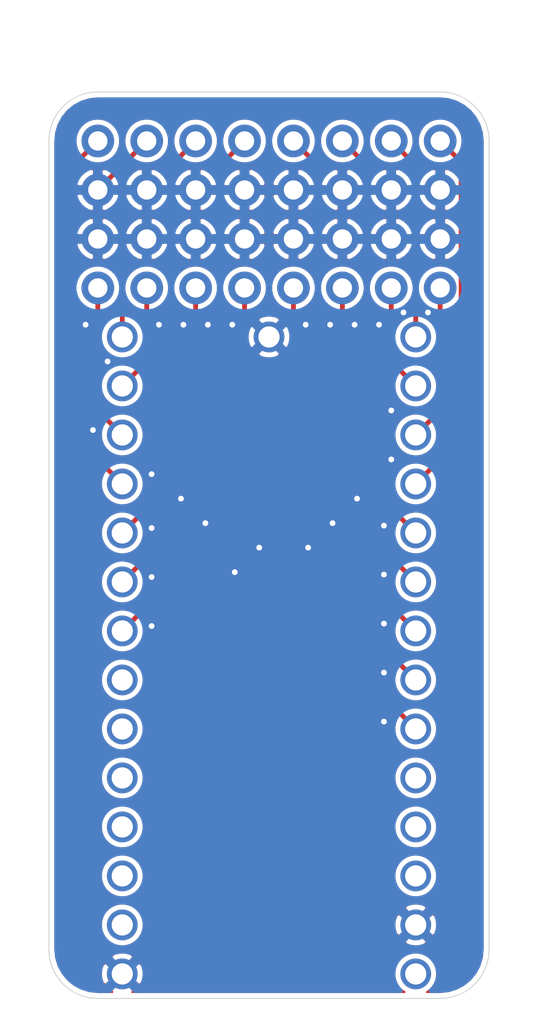
<source format=kicad_pcb>
(kicad_pcb (version 20171130) (host pcbnew 5.1.9+dfsg1-1)

  (general
    (thickness 1.6)
    (drawings 8)
    (tracks 71)
    (zones 0)
    (modules 3)
    (nets 28)
  )

  (page A4)
  (layers
    (0 F.Cu signal)
    (31 B.Cu signal)
    (32 B.Adhes user)
    (33 F.Adhes user)
    (34 B.Paste user)
    (35 F.Paste user)
    (36 B.SilkS user)
    (37 F.SilkS user)
    (38 B.Mask user)
    (39 F.Mask user)
    (40 Dwgs.User user)
    (41 Cmts.User user)
    (42 Eco1.User user)
    (43 Eco2.User user)
    (44 Edge.Cuts user)
    (45 Margin user)
    (46 B.CrtYd user)
    (47 F.CrtYd user)
    (48 B.Fab user)
    (49 F.Fab user)
  )

  (setup
    (last_trace_width 0.25)
    (trace_clearance 0.2)
    (zone_clearance 0.254)
    (zone_45_only no)
    (trace_min 0.2)
    (via_size 0.8)
    (via_drill 0.4)
    (via_min_size 0.4)
    (via_min_drill 0.3)
    (uvia_size 0.3)
    (uvia_drill 0.1)
    (uvias_allowed no)
    (uvia_min_size 0.2)
    (uvia_min_drill 0.1)
    (edge_width 0.05)
    (segment_width 0.2)
    (pcb_text_width 0.3)
    (pcb_text_size 1.5 1.5)
    (mod_edge_width 0.12)
    (mod_text_size 1 1)
    (mod_text_width 0.15)
    (pad_size 1.524 1.524)
    (pad_drill 0.762)
    (pad_to_mask_clearance 0)
    (aux_axis_origin 0 0)
    (visible_elements FFFFFF7F)
    (pcbplotparams
      (layerselection 0x010f0_ffffffff)
      (usegerberextensions false)
      (usegerberattributes true)
      (usegerberadvancedattributes true)
      (creategerberjobfile false)
      (excludeedgelayer true)
      (linewidth 0.100000)
      (plotframeref false)
      (viasonmask false)
      (mode 1)
      (useauxorigin false)
      (hpglpennumber 1)
      (hpglpenspeed 20)
      (hpglpendiameter 15.000000)
      (psnegative false)
      (psa4output false)
      (plotreference true)
      (plotvalue true)
      (plotinvisibletext false)
      (padsonsilk false)
      (subtractmaskfromsilk false)
      (outputformat 1)
      (mirror false)
      (drillshape 0)
      (scaleselection 1)
      (outputdirectory "gerb"))
  )

  (net 0 "")
  (net 1 GND)
  (net 2 "Net-(U1-Pad33)")
  (net 3 "Net-(U1-Pad7)")
  (net 4 "Net-(U1-Pad6)")
  (net 5 "Net-(U1-Pad5)")
  (net 6 "Net-(U1-Pad4)")
  (net 7 "Net-(U1-Pad3)")
  (net 8 "Net-(U1-Pad2)")
  (net 9 P15)
  (net 10 P14)
  (net 11 P13)
  (net 12 P12)
  (net 13 P11)
  (net 14 P10)
  (net 15 P9)
  (net 16 P8)
  (net 17 P0)
  (net 18 P1)
  (net 19 P2)
  (net 20 P3)
  (net 21 P4)
  (net 22 P5)
  (net 23 P6)
  (net 24 P7)
  (net 25 "Net-(U1-Pad29)")
  (net 26 "Net-(U1-Pad30)")
  (net 27 "Net-(U1-Pad31)")

  (net_class Default "This is the default net class."
    (clearance 0.2)
    (trace_width 0.25)
    (via_dia 0.8)
    (via_drill 0.4)
    (uvia_dia 0.3)
    (uvia_drill 0.1)
    (add_net GND)
    (add_net "Net-(U1-Pad2)")
    (add_net "Net-(U1-Pad29)")
    (add_net "Net-(U1-Pad3)")
    (add_net "Net-(U1-Pad30)")
    (add_net "Net-(U1-Pad31)")
    (add_net "Net-(U1-Pad33)")
    (add_net "Net-(U1-Pad4)")
    (add_net "Net-(U1-Pad5)")
    (add_net "Net-(U1-Pad6)")
    (add_net "Net-(U1-Pad7)")
    (add_net P0)
    (add_net P1)
    (add_net P10)
    (add_net P11)
    (add_net P12)
    (add_net P13)
    (add_net P14)
    (add_net P15)
    (add_net P2)
    (add_net P3)
    (add_net P4)
    (add_net P5)
    (add_net P6)
    (add_net P7)
    (add_net P8)
    (add_net P9)
  )

  (module Connector_PinHeader_2.54mm:PinHeader_2x08_P2.54mm_Vertical (layer F.Cu) (tedit 632E14AF) (tstamp 632E68A7)
    (at -8.89 -1.27 90)
    (descr "Through hole straight pin header, 2x08, 2.54mm pitch, double rows")
    (tags "Through hole pin header THT 2x08 2.54mm double row")
    (path /633ACF7B)
    (fp_text reference J1 (at 1.27 -2.33 90) (layer F.SilkS) hide
      (effects (font (size 1 1) (thickness 0.15)))
    )
    (fp_text value Conn_02x08_Odd_Even (at 1.27 20.11 90) (layer F.Fab)
      (effects (font (size 1 1) (thickness 0.15)))
    )
    (fp_text user %R (at 1.27 8.89) (layer F.Fab)
      (effects (font (size 1 1) (thickness 0.15)))
    )
    (pad 1 thru_hole circle (at 0 0 90) (size 1.7 1.7) (drill 1) (layers *.Cu *.Mask)
      (net 16 P8))
    (pad 2 thru_hole oval (at 2.54 0 90) (size 1.7 1.7) (drill 1) (layers *.Cu *.Mask)
      (net 1 GND))
    (pad 3 thru_hole oval (at 0 2.54 90) (size 1.7 1.7) (drill 1) (layers *.Cu *.Mask)
      (net 15 P9))
    (pad 4 thru_hole oval (at 2.54 2.54 90) (size 1.7 1.7) (drill 1) (layers *.Cu *.Mask)
      (net 1 GND))
    (pad 5 thru_hole oval (at 0 5.08 90) (size 1.7 1.7) (drill 1) (layers *.Cu *.Mask)
      (net 14 P10))
    (pad 6 thru_hole oval (at 2.54 5.08 90) (size 1.7 1.7) (drill 1) (layers *.Cu *.Mask)
      (net 1 GND))
    (pad 7 thru_hole oval (at 0 7.62 90) (size 1.7 1.7) (drill 1) (layers *.Cu *.Mask)
      (net 13 P11))
    (pad 8 thru_hole oval (at 2.54 7.62 90) (size 1.7 1.7) (drill 1) (layers *.Cu *.Mask)
      (net 1 GND))
    (pad 9 thru_hole oval (at 0 10.16 90) (size 1.7 1.7) (drill 1) (layers *.Cu *.Mask)
      (net 12 P12))
    (pad 10 thru_hole oval (at 2.54 10.16 90) (size 1.7 1.7) (drill 1) (layers *.Cu *.Mask)
      (net 1 GND))
    (pad 11 thru_hole oval (at 0 12.7 90) (size 1.7 1.7) (drill 1) (layers *.Cu *.Mask)
      (net 11 P13))
    (pad 12 thru_hole oval (at 2.54 12.7 90) (size 1.7 1.7) (drill 1) (layers *.Cu *.Mask)
      (net 1 GND))
    (pad 13 thru_hole oval (at 0 15.24 90) (size 1.7 1.7) (drill 1) (layers *.Cu *.Mask)
      (net 10 P14))
    (pad 14 thru_hole oval (at 2.54 15.24 90) (size 1.7 1.7) (drill 1) (layers *.Cu *.Mask)
      (net 1 GND))
    (pad 15 thru_hole oval (at 0 17.78 90) (size 1.7 1.7) (drill 1) (layers *.Cu *.Mask)
      (net 9 P15))
    (pad 16 thru_hole oval (at 2.54 17.78 90) (size 1.7 1.7) (drill 1) (layers *.Cu *.Mask)
      (net 1 GND))
    (model ${KISYS3DMOD}/Connector_PinHeader_2.54mm.3dshapes/PinHeader_2x08_P2.54mm_Vertical.wrl
      (at (xyz 0 0 0))
      (scale (xyz 1 1 1))
      (rotate (xyz 0 0 0))
    )
  )

  (module Connector_PinHeader_2.54mm:PinHeader_2x08_P2.54mm_Vertical (layer F.Cu) (tedit 632E1454) (tstamp 632E68CD)
    (at 8.89 -8.89 270)
    (descr "Through hole straight pin header, 2x08, 2.54mm pitch, double rows")
    (tags "Through hole pin header THT 2x08 2.54mm double row")
    (path /6336AB4B)
    (fp_text reference J2 (at 1.27 -2.33 90) (layer F.SilkS) hide
      (effects (font (size 1 1) (thickness 0.15)))
    )
    (fp_text value Conn_02x08_Odd_Even (at 1.27 20.11 90) (layer F.Fab)
      (effects (font (size 1 1) (thickness 0.15)))
    )
    (fp_text user %R (at 1.27 8.89) (layer F.Fab)
      (effects (font (size 1 1) (thickness 0.15)))
    )
    (pad 16 thru_hole oval (at 2.54 17.78 270) (size 1.7 1.7) (drill 1) (layers *.Cu *.Mask)
      (net 1 GND))
    (pad 15 thru_hole oval (at 0 17.78 270) (size 1.7 1.7) (drill 1) (layers *.Cu *.Mask)
      (net 24 P7))
    (pad 14 thru_hole oval (at 2.54 15.24 270) (size 1.7 1.7) (drill 1) (layers *.Cu *.Mask)
      (net 1 GND))
    (pad 13 thru_hole oval (at 0 15.24 270) (size 1.7 1.7) (drill 1) (layers *.Cu *.Mask)
      (net 23 P6))
    (pad 12 thru_hole oval (at 2.54 12.7 270) (size 1.7 1.7) (drill 1) (layers *.Cu *.Mask)
      (net 1 GND))
    (pad 11 thru_hole oval (at 0 12.7 270) (size 1.7 1.7) (drill 1) (layers *.Cu *.Mask)
      (net 22 P5))
    (pad 10 thru_hole oval (at 2.54 10.16 270) (size 1.7 1.7) (drill 1) (layers *.Cu *.Mask)
      (net 1 GND))
    (pad 9 thru_hole oval (at 0 10.16 270) (size 1.7 1.7) (drill 1) (layers *.Cu *.Mask)
      (net 21 P4))
    (pad 8 thru_hole oval (at 2.54 7.62 270) (size 1.7 1.7) (drill 1) (layers *.Cu *.Mask)
      (net 1 GND))
    (pad 7 thru_hole oval (at 0 7.62 270) (size 1.7 1.7) (drill 1) (layers *.Cu *.Mask)
      (net 20 P3))
    (pad 6 thru_hole oval (at 2.54 5.08 270) (size 1.7 1.7) (drill 1) (layers *.Cu *.Mask)
      (net 1 GND))
    (pad 5 thru_hole oval (at 0 5.08 270) (size 1.7 1.7) (drill 1) (layers *.Cu *.Mask)
      (net 19 P2))
    (pad 4 thru_hole oval (at 2.54 2.54 270) (size 1.7 1.7) (drill 1) (layers *.Cu *.Mask)
      (net 1 GND))
    (pad 3 thru_hole oval (at 0 2.54 270) (size 1.7 1.7) (drill 1) (layers *.Cu *.Mask)
      (net 18 P1))
    (pad 2 thru_hole oval (at 2.54 0 270) (size 1.7 1.7) (drill 1) (layers *.Cu *.Mask)
      (net 1 GND))
    (pad 1 thru_hole circle (at 0 0 270) (size 1.7 1.7) (drill 1) (layers *.Cu *.Mask)
      (net 17 P0))
    (model ${KISYS3DMOD}/Connector_PinHeader_2.54mm.3dshapes/PinHeader_2x08_P2.54mm_Vertical.wrl
      (at (xyz 0 0 0))
      (scale (xyz 1 1 1))
      (rotate (xyz 0 0 0))
    )
  )

  (module teensy:Teensy40 (layer B.Cu) (tedit 632E0C3A) (tstamp 632E4C20)
    (at 0 17.78 90)
    (path /632DEF41)
    (fp_text reference U1 (at 0 10.16 270) (layer B.SilkS) hide
      (effects (font (size 1 1) (thickness 0.15)) (justify mirror))
    )
    (fp_text value Teensy4.0 (at 0 -10.16 270) (layer B.Fab)
      (effects (font (size 1 1) (thickness 0.15)) (justify mirror))
    )
    (fp_line (start -19.05 -3.81) (end -19.05 3.81) (layer B.Fab) (width 0.15))
    (fp_line (start -12.6 -3.8) (end -12.6 3.82) (layer B.Fab) (width 0.15))
    (pad 17 thru_hole circle (at 16.51 0 90) (size 1.6 1.6) (drill 1.1) (layers *.Cu *.Mask)
      (net 1 GND))
    (pad 20 thru_hole circle (at 16.51 7.62 90) (size 1.6 1.6) (drill 1.1) (layers *.Cu *.Mask)
      (net 18 P1))
    (pad 14 thru_hole circle (at 16.51 -7.62 90) (size 1.6 1.6) (drill 1.1) (layers *.Cu *.Mask)
      (net 23 P6))
    (pad 21 thru_hole circle (at 13.97 7.62 90) (size 1.6 1.6) (drill 1.1) (layers *.Cu *.Mask)
      (net 10 P14))
    (pad 22 thru_hole circle (at 11.43 7.62 90) (size 1.6 1.6) (drill 1.1) (layers *.Cu *.Mask)
      (net 9 P15))
    (pad 23 thru_hole circle (at 8.89 7.62 90) (size 1.6 1.6) (drill 1.1) (layers *.Cu *.Mask)
      (net 17 P0))
    (pad 24 thru_hole circle (at 6.35 7.62 90) (size 1.6 1.6) (drill 1.1) (layers *.Cu *.Mask)
      (net 19 P2))
    (pad 25 thru_hole circle (at 3.81 7.62 90) (size 1.6 1.6) (drill 1.1) (layers *.Cu *.Mask)
      (net 11 P13))
    (pad 26 thru_hole circle (at 1.27 7.62 90) (size 1.6 1.6) (drill 1.1) (layers *.Cu *.Mask)
      (net 20 P3))
    (pad 27 thru_hole circle (at -1.27 7.62 90) (size 1.6 1.6) (drill 1.1) (layers *.Cu *.Mask)
      (net 12 P12))
    (pad 28 thru_hole circle (at -3.81 7.62 90) (size 1.6 1.6) (drill 1.1) (layers *.Cu *.Mask)
      (net 13 P11))
    (pad 29 thru_hole circle (at -6.35 7.62 90) (size 1.6 1.6) (drill 1.1) (layers *.Cu *.Mask)
      (net 25 "Net-(U1-Pad29)"))
    (pad 30 thru_hole circle (at -8.89 7.62 90) (size 1.6 1.6) (drill 1.1) (layers *.Cu *.Mask)
      (net 26 "Net-(U1-Pad30)"))
    (pad 31 thru_hole circle (at -11.43 7.62 90) (size 1.6 1.6) (drill 1.1) (layers *.Cu *.Mask)
      (net 27 "Net-(U1-Pad31)"))
    (pad 32 thru_hole circle (at -13.97 7.62 90) (size 1.6 1.6) (drill 1.1) (layers *.Cu *.Mask)
      (net 1 GND))
    (pad 33 thru_hole circle (at -16.51 7.62 90) (size 1.6 1.6) (drill 1.1) (layers *.Cu *.Mask)
      (net 2 "Net-(U1-Pad33)"))
    (pad 13 thru_hole circle (at 13.97 -7.62 90) (size 1.6 1.6) (drill 1.1) (layers *.Cu *.Mask)
      (net 15 P9))
    (pad 12 thru_hole circle (at 11.43 -7.62 90) (size 1.6 1.6) (drill 1.1) (layers *.Cu *.Mask)
      (net 16 P8))
    (pad 11 thru_hole circle (at 8.89 -7.62 90) (size 1.6 1.6) (drill 1.1) (layers *.Cu *.Mask)
      (net 24 P7))
    (pad 10 thru_hole circle (at 6.35 -7.62 90) (size 1.6 1.6) (drill 1.1) (layers *.Cu *.Mask)
      (net 22 P5))
    (pad 9 thru_hole circle (at 3.81 -7.62 90) (size 1.6 1.6) (drill 1.1) (layers *.Cu *.Mask)
      (net 14 P10))
    (pad 8 thru_hole circle (at 1.27 -7.62 90) (size 1.6 1.6) (drill 1.1) (layers *.Cu *.Mask)
      (net 21 P4))
    (pad 7 thru_hole circle (at -1.27 -7.62 90) (size 1.6 1.6) (drill 1.1) (layers *.Cu *.Mask)
      (net 3 "Net-(U1-Pad7)"))
    (pad 6 thru_hole circle (at -3.81 -7.62 90) (size 1.6 1.6) (drill 1.1) (layers *.Cu *.Mask)
      (net 4 "Net-(U1-Pad6)"))
    (pad 5 thru_hole circle (at -6.35 -7.62 90) (size 1.6 1.6) (drill 1.1) (layers *.Cu *.Mask)
      (net 5 "Net-(U1-Pad5)"))
    (pad 4 thru_hole circle (at -8.89 -7.62 90) (size 1.6 1.6) (drill 1.1) (layers *.Cu *.Mask)
      (net 6 "Net-(U1-Pad4)"))
    (pad 3 thru_hole circle (at -11.43 -7.62 90) (size 1.6 1.6) (drill 1.1) (layers *.Cu *.Mask)
      (net 7 "Net-(U1-Pad3)"))
    (pad 2 thru_hole circle (at -13.97 -7.62 90) (size 1.6 1.6) (drill 1.1) (layers *.Cu *.Mask)
      (net 8 "Net-(U1-Pad2)"))
    (pad 1 thru_hole circle (at -16.51 -7.62 90) (size 1.6 1.6) (drill 1.1) (layers *.Cu *.Mask)
      (net 1 GND))
    (model ${KICAD_USER_DIR}/teensy.pretty/Teensy_4.0_Assembly.STEP
      (offset (xyz 33 9.5 -11))
      (scale (xyz 1 1 1))
      (rotate (xyz -90 0 0))
    )
  )

  (gr_line (start 11.43 33.02) (end 11.43 -8.89) (layer Edge.Cuts) (width 0.05) (tstamp 632E65E0))
  (gr_line (start 8.89 35.56) (end -8.89 35.56) (layer Edge.Cuts) (width 0.05) (tstamp 632E65DF))
  (gr_arc (start 8.89 33.02) (end 8.89 35.56) (angle -90) (layer Edge.Cuts) (width 0.05) (tstamp 632E65DC))
  (gr_line (start -8.89 -11.43) (end 8.89 -11.43) (layer Edge.Cuts) (width 0.05) (tstamp 632E65D9))
  (gr_line (start -11.43 -8.89) (end -11.43 33.02) (layer Edge.Cuts) (width 0.05) (tstamp 632E65D8))
  (gr_arc (start -8.89 33.02) (end -11.43 33.02) (angle -90) (layer Edge.Cuts) (width 0.05))
  (gr_arc (start 8.89 -8.89) (end 11.43 -8.89) (angle -90) (layer Edge.Cuts) (width 0.05))
  (gr_arc (start -8.89 -8.89) (end -8.89 -11.43) (angle -90) (layer Edge.Cuts) (width 0.05))

  (segment (start 7.62 31.75) (end 6.35 30.48) (width 0.25) (layer F.Cu) (net 1))
  (via (at -4.572 9.652) (size 0.6) (drill 0.3) (layers F.Cu B.Cu) (net 1) (tstamp 632E65F8))
  (via (at -3.302 10.922) (size 0.6) (drill 0.3) (layers F.Cu B.Cu) (net 1) (tstamp 632E6600))
  (via (at 5.969 21.209) (size 0.6) (drill 0.3) (layers F.Cu B.Cu) (net 1) (tstamp 632E6602))
  (via (at 5.969 18.669) (size 0.6) (drill 0.3) (layers F.Cu B.Cu) (net 1) (tstamp 632E6606))
  (via (at 5.969 13.589) (size 0.6) (drill 0.3) (layers F.Cu B.Cu) (net 1) (tstamp 632E6607))
  (via (at 5.969 16.129) (size 0.6) (drill 0.3) (layers F.Cu B.Cu) (net 1) (tstamp 632E6608))
  (via (at 6.35 7.62) (size 0.6) (drill 0.3) (layers F.Cu B.Cu) (net 1) (tstamp 632E660C))
  (via (at 5.969 11.049) (size 0.6) (drill 0.3) (layers F.Cu B.Cu) (net 1) (tstamp 632E660D))
  (via (at 6.35 5.08) (size 0.6) (drill 0.3) (layers F.Cu B.Cu) (net 1) (tstamp 632E660E))
  (via (at -4.445 0.635) (size 0.6) (drill 0.3) (layers F.Cu B.Cu) (net 1) (tstamp 632E6618))
  (via (at -3.175 0.635) (size 0.6) (drill 0.3) (layers F.Cu B.Cu) (net 1) (tstamp 632E661A))
  (via (at -1.905 0.635) (size 0.6) (drill 0.3) (layers F.Cu B.Cu) (net 1) (tstamp 632E661C))
  (via (at 1.905 0.635) (size 0.6) (drill 0.3) (layers F.Cu B.Cu) (net 1) (tstamp 632E6627))
  (via (at 3.175 0.635) (size 0.6) (drill 0.3) (layers F.Cu B.Cu) (net 1) (tstamp 632E6629))
  (via (at 4.445 0.635) (size 0.6) (drill 0.3) (layers F.Cu B.Cu) (net 1) (tstamp 632E662B))
  (via (at 5.715 0.635) (size 0.6) (drill 0.3) (layers F.Cu B.Cu) (net 1) (tstamp 632E662D))
  (via (at 6.985 0) (size 0.6) (drill 0.3) (layers F.Cu B.Cu) (net 1) (tstamp 632E662F))
  (via (at 8.255 0) (size 0.6) (drill 0.3) (layers F.Cu B.Cu) (net 1) (tstamp 632E6631))
  (via (at -5.715 0.635) (size 0.6) (drill 0.3) (layers F.Cu B.Cu) (net 1) (tstamp 632E6643))
  (via (at -9.525 0.635) (size 0.6) (drill 0.3) (layers F.Cu B.Cu) (net 1) (tstamp 632E6645))
  (via (at -9.144 6.096) (size 0.6) (drill 0.3) (layers F.Cu B.Cu) (net 1) (tstamp 632E664A))
  (via (at -8.382 2.54) (size 0.6) (drill 0.3) (layers F.Cu B.Cu) (net 1) (tstamp 632E664F))
  (via (at -6.096 16.256) (size 0.6) (drill 0.3) (layers F.Cu B.Cu) (net 1) (tstamp 632E6651))
  (via (at -6.096 13.716) (size 0.6) (drill 0.3) (layers F.Cu B.Cu) (net 1) (tstamp 632E6653))
  (via (at -6.096 8.382) (size 0.6) (drill 0.3) (layers F.Cu B.Cu) (net 1) (tstamp 632E6655))
  (via (at -1.778 13.462) (size 0.6) (drill 0.3) (layers F.Cu B.Cu) (net 1) (tstamp 632E665B))
  (via (at -0.508 12.192) (size 0.6) (drill 0.3) (layers F.Cu B.Cu) (net 1) (tstamp 632E665D))
  (via (at 2.032 12.192) (size 0.6) (drill 0.3) (layers F.Cu B.Cu) (net 1) (tstamp 632E665F))
  (via (at 3.302 10.922) (size 0.6) (drill 0.3) (layers F.Cu B.Cu) (net 1) (tstamp 632E6661))
  (via (at 4.572 9.652) (size 0.6) (drill 0.3) (layers F.Cu B.Cu) (net 1) (tstamp 632E6663))
  (segment (start -8.89 -6.35) (end -8.128 -7.112) (width 0.25) (layer F.Cu) (net 1))
  (via (at -6.096 11.176) (size 0.6) (drill 0.3) (layers F.Cu B.Cu) (net 1) (tstamp 632E1647))
  (segment (start 8.89 5.08) (end 7.62 6.35) (width 0.25) (layer F.Cu) (net 9))
  (segment (start 8.89 -1.27) (end 8.89 5.08) (width 0.25) (layer F.Cu) (net 9))
  (segment (start 6.35 2.54) (end 7.62 3.81) (width 0.25) (layer F.Cu) (net 10))
  (segment (start 6.35 -1.27) (end 6.35 2.54) (width 0.25) (layer F.Cu) (net 10))
  (segment (start 3.81 10.16) (end 7.62 13.97) (width 0.25) (layer F.Cu) (net 11))
  (segment (start 3.81 -1.27) (end 3.81 10.16) (width 0.25) (layer F.Cu) (net 11))
  (segment (start 1.27 12.7) (end 7.62 19.05) (width 0.25) (layer F.Cu) (net 12))
  (segment (start 1.27 -1.27) (end 1.27 12.7) (width 0.25) (layer F.Cu) (net 12))
  (segment (start -1.27 12.7) (end 7.62 21.59) (width 0.25) (layer F.Cu) (net 13))
  (segment (start -1.27 -1.27) (end -1.27 12.7) (width 0.25) (layer F.Cu) (net 13))
  (segment (start -3.81 10.16) (end -7.62 13.97) (width 0.25) (layer F.Cu) (net 14))
  (segment (start -3.81 -1.27) (end -3.81 10.16) (width 0.25) (layer F.Cu) (net 14))
  (segment (start -6.35 2.54) (end -7.62 3.81) (width 0.25) (layer F.Cu) (net 15))
  (segment (start -6.35 -1.27) (end -6.35 2.54) (width 0.25) (layer F.Cu) (net 15))
  (segment (start -8.89 5.08) (end -7.62 6.35) (width 0.25) (layer F.Cu) (net 16))
  (segment (start -8.89 -1.27) (end -8.89 5.08) (width 0.25) (layer F.Cu) (net 16))
  (segment (start 9.977001 6.532999) (end 7.62 8.89) (width 0.25) (layer F.Cu) (net 17))
  (segment (start 9.977001 -7.802999) (end 9.977001 6.532999) (width 0.25) (layer F.Cu) (net 17))
  (segment (start 8.89 -8.89) (end 9.977001 -7.802999) (width 0.25) (layer F.Cu) (net 17))
  (segment (start 7.62 -7.62) (end 7.62 1.27) (width 0.25) (layer F.Cu) (net 18))
  (segment (start 6.35 -8.89) (end 7.62 -7.62) (width 0.25) (layer F.Cu) (net 18))
  (segment (start 5.08 8.89) (end 7.62 11.43) (width 0.25) (layer F.Cu) (net 19))
  (segment (start 5.08 -7.62) (end 5.08 8.89) (width 0.25) (layer F.Cu) (net 19))
  (segment (start 3.81 -8.89) (end 5.08 -7.62) (width 0.25) (layer F.Cu) (net 19))
  (segment (start 2.54 11.43) (end 7.62 16.51) (width 0.25) (layer F.Cu) (net 20))
  (segment (start 2.54 -7.62) (end 2.54 11.43) (width 0.25) (layer F.Cu) (net 20))
  (segment (start 1.27 -8.89) (end 2.54 -7.62) (width 0.25) (layer F.Cu) (net 20))
  (segment (start -1.27 -8.89) (end -2.54 -7.62) (width 0.25) (layer F.Cu) (net 21))
  (segment (start -2.54 11.43) (end -7.62 16.51) (width 0.25) (layer F.Cu) (net 21))
  (segment (start -2.54 -7.62) (end -2.54 11.43) (width 0.25) (layer F.Cu) (net 21))
  (segment (start -5.08 -7.62) (end -3.81 -8.89) (width 0.25) (layer F.Cu) (net 22))
  (segment (start -5.08 8.89) (end -7.62 11.43) (width 0.25) (layer F.Cu) (net 22))
  (segment (start -5.08 -7.62) (end -5.08 8.89) (width 0.25) (layer F.Cu) (net 22))
  (segment (start -7.62 -7.62) (end -7.62 1.27) (width 0.25) (layer F.Cu) (net 23))
  (segment (start -6.35 -8.89) (end -7.62 -7.62) (width 0.25) (layer F.Cu) (net 23))
  (segment (start -10.16 6.35) (end -7.62 8.89) (width 0.25) (layer F.Cu) (net 24))
  (segment (start -10.16 -7.62) (end -10.16 6.35) (width 0.25) (layer F.Cu) (net 24))
  (segment (start -8.89 -8.89) (end -10.16 -7.62) (width 0.25) (layer F.Cu) (net 24))

  (zone (net 1) (net_name GND) (layer F.Cu) (tstamp 63305F45) (hatch edge 0.508)
    (connect_pads (clearance 0.254))
    (min_thickness 0.1)
    (fill yes (arc_segments 32) (thermal_gap 0.254) (thermal_bridge_width 0.508))
    (polygon
      (pts
        (xy 13.97 36.83) (xy -13.97 36.83) (xy -13.97 -12.7) (xy 13.97 -12.7)
      )
    )
    (filled_polygon
      (pts
        (xy 9.319148 -11.057344) (xy 9.731944 -10.932713) (xy 10.112675 -10.730275) (xy 10.446835 -10.457742) (xy 10.721695 -10.125492)
        (xy 10.926784 -9.746188) (xy 11.054295 -9.334269) (xy 11.100998 -8.889913) (xy 11.101001 -8.889136) (xy 11.101 33.003907)
        (xy 11.057344 33.449146) (xy 10.932713 33.861944) (xy 10.730275 34.242675) (xy 10.457739 34.576837) (xy 10.125492 34.851695)
        (xy 9.74619 35.056783) (xy 9.334265 35.184295) (xy 8.889913 35.230998) (xy 8.889422 35.231) (xy 8.198841 35.231)
        (xy 8.323759 35.147533) (xy 8.477533 34.993759) (xy 8.598352 34.81294) (xy 8.681574 34.612025) (xy 8.724 34.398735)
        (xy 8.724 34.181265) (xy 8.681574 33.967975) (xy 8.598352 33.76706) (xy 8.477533 33.586241) (xy 8.323759 33.432467)
        (xy 8.14294 33.311648) (xy 7.942025 33.228426) (xy 7.728735 33.186) (xy 7.511265 33.186) (xy 7.297975 33.228426)
        (xy 7.09706 33.311648) (xy 6.916241 33.432467) (xy 6.762467 33.586241) (xy 6.641648 33.76706) (xy 6.558426 33.967975)
        (xy 6.516 34.181265) (xy 6.516 34.398735) (xy 6.558426 34.612025) (xy 6.641648 34.81294) (xy 6.762467 34.993759)
        (xy 6.916241 35.147533) (xy 7.041159 35.231) (xy -7.102605 35.231) (xy -7.047947 35.150552) (xy -7.62 34.5785)
        (xy -8.192053 35.150552) (xy -8.137395 35.231) (xy -8.873907 35.231) (xy -9.319146 35.187344) (xy -9.731944 35.062713)
        (xy -10.112675 34.860275) (xy -10.446837 34.587739) (xy -10.721695 34.255492) (xy -10.733418 34.233809) (xy -8.727918 34.233809)
        (xy -8.717592 34.451033) (xy -8.665085 34.662068) (xy -8.622079 34.765896) (xy -8.480552 34.862053) (xy -7.9085 34.29)
        (xy -7.3315 34.29) (xy -6.759448 34.862053) (xy -6.617921 34.765896) (xy -6.544333 34.561255) (xy -6.512082 34.346191)
        (xy -6.522408 34.128967) (xy -6.574915 33.917932) (xy -6.617921 33.814104) (xy -6.759448 33.717947) (xy -7.3315 34.29)
        (xy -7.9085 34.29) (xy -8.480552 33.717947) (xy -8.622079 33.814104) (xy -8.695667 34.018745) (xy -8.727918 34.233809)
        (xy -10.733418 34.233809) (xy -10.926783 33.87619) (xy -11.054295 33.464265) (xy -11.057954 33.429448) (xy -8.192053 33.429448)
        (xy -7.62 34.0015) (xy -7.047947 33.429448) (xy -7.144104 33.287921) (xy -7.348745 33.214333) (xy -7.563809 33.182082)
        (xy -7.781033 33.192408) (xy -7.992068 33.244915) (xy -8.095896 33.287921) (xy -8.192053 33.429448) (xy -11.057954 33.429448)
        (xy -11.100998 33.019913) (xy -11.101 33.019422) (xy -11.101 31.641265) (xy -8.724 31.641265) (xy -8.724 31.858735)
        (xy -8.681574 32.072025) (xy -8.598352 32.27294) (xy -8.477533 32.453759) (xy -8.323759 32.607533) (xy -8.14294 32.728352)
        (xy -7.942025 32.811574) (xy -7.728735 32.854) (xy -7.511265 32.854) (xy -7.297975 32.811574) (xy -7.09706 32.728352)
        (xy -6.92076 32.610552) (xy 7.047947 32.610552) (xy 7.144104 32.752079) (xy 7.348745 32.825667) (xy 7.563809 32.857918)
        (xy 7.781033 32.847592) (xy 7.992068 32.795085) (xy 8.095896 32.752079) (xy 8.192053 32.610552) (xy 7.62 32.0385)
        (xy 7.047947 32.610552) (xy -6.92076 32.610552) (xy -6.916241 32.607533) (xy -6.762467 32.453759) (xy -6.641648 32.27294)
        (xy -6.558426 32.072025) (xy -6.516 31.858735) (xy -6.516 31.693809) (xy 6.512082 31.693809) (xy 6.522408 31.911033)
        (xy 6.574915 32.122068) (xy 6.617921 32.225896) (xy 6.759448 32.322053) (xy 7.3315 31.75) (xy 7.9085 31.75)
        (xy 8.480552 32.322053) (xy 8.622079 32.225896) (xy 8.695667 32.021255) (xy 8.727918 31.806191) (xy 8.717592 31.588967)
        (xy 8.665085 31.377932) (xy 8.622079 31.274104) (xy 8.480552 31.177947) (xy 7.9085 31.75) (xy 7.3315 31.75)
        (xy 6.759448 31.177947) (xy 6.617921 31.274104) (xy 6.544333 31.478745) (xy 6.512082 31.693809) (xy -6.516 31.693809)
        (xy -6.516 31.641265) (xy -6.558426 31.427975) (xy -6.641648 31.22706) (xy -6.762467 31.046241) (xy -6.916241 30.892467)
        (xy -6.920759 30.889448) (xy 7.047947 30.889448) (xy 7.62 31.4615) (xy 8.192053 30.889448) (xy 8.095896 30.747921)
        (xy 7.891255 30.674333) (xy 7.676191 30.642082) (xy 7.458967 30.652408) (xy 7.247932 30.704915) (xy 7.144104 30.747921)
        (xy 7.047947 30.889448) (xy -6.920759 30.889448) (xy -7.09706 30.771648) (xy -7.297975 30.688426) (xy -7.511265 30.646)
        (xy -7.728735 30.646) (xy -7.942025 30.688426) (xy -8.14294 30.771648) (xy -8.323759 30.892467) (xy -8.477533 31.046241)
        (xy -8.598352 31.22706) (xy -8.681574 31.427975) (xy -8.724 31.641265) (xy -11.101 31.641265) (xy -11.101 29.101265)
        (xy -8.724 29.101265) (xy -8.724 29.318735) (xy -8.681574 29.532025) (xy -8.598352 29.73294) (xy -8.477533 29.913759)
        (xy -8.323759 30.067533) (xy -8.14294 30.188352) (xy -7.942025 30.271574) (xy -7.728735 30.314) (xy -7.511265 30.314)
        (xy -7.297975 30.271574) (xy -7.09706 30.188352) (xy -6.916241 30.067533) (xy -6.762467 29.913759) (xy -6.641648 29.73294)
        (xy -6.558426 29.532025) (xy -6.516 29.318735) (xy -6.516 29.101265) (xy 6.516 29.101265) (xy 6.516 29.318735)
        (xy 6.558426 29.532025) (xy 6.641648 29.73294) (xy 6.762467 29.913759) (xy 6.916241 30.067533) (xy 7.09706 30.188352)
        (xy 7.297975 30.271574) (xy 7.511265 30.314) (xy 7.728735 30.314) (xy 7.942025 30.271574) (xy 8.14294 30.188352)
        (xy 8.323759 30.067533) (xy 8.477533 29.913759) (xy 8.598352 29.73294) (xy 8.681574 29.532025) (xy 8.724 29.318735)
        (xy 8.724 29.101265) (xy 8.681574 28.887975) (xy 8.598352 28.68706) (xy 8.477533 28.506241) (xy 8.323759 28.352467)
        (xy 8.14294 28.231648) (xy 7.942025 28.148426) (xy 7.728735 28.106) (xy 7.511265 28.106) (xy 7.297975 28.148426)
        (xy 7.09706 28.231648) (xy 6.916241 28.352467) (xy 6.762467 28.506241) (xy 6.641648 28.68706) (xy 6.558426 28.887975)
        (xy 6.516 29.101265) (xy -6.516 29.101265) (xy -6.558426 28.887975) (xy -6.641648 28.68706) (xy -6.762467 28.506241)
        (xy -6.916241 28.352467) (xy -7.09706 28.231648) (xy -7.297975 28.148426) (xy -7.511265 28.106) (xy -7.728735 28.106)
        (xy -7.942025 28.148426) (xy -8.14294 28.231648) (xy -8.323759 28.352467) (xy -8.477533 28.506241) (xy -8.598352 28.68706)
        (xy -8.681574 28.887975) (xy -8.724 29.101265) (xy -11.101 29.101265) (xy -11.101 26.561265) (xy -8.724 26.561265)
        (xy -8.724 26.778735) (xy -8.681574 26.992025) (xy -8.598352 27.19294) (xy -8.477533 27.373759) (xy -8.323759 27.527533)
        (xy -8.14294 27.648352) (xy -7.942025 27.731574) (xy -7.728735 27.774) (xy -7.511265 27.774) (xy -7.297975 27.731574)
        (xy -7.09706 27.648352) (xy -6.916241 27.527533) (xy -6.762467 27.373759) (xy -6.641648 27.19294) (xy -6.558426 26.992025)
        (xy -6.516 26.778735) (xy -6.516 26.561265) (xy 6.516 26.561265) (xy 6.516 26.778735) (xy 6.558426 26.992025)
        (xy 6.641648 27.19294) (xy 6.762467 27.373759) (xy 6.916241 27.527533) (xy 7.09706 27.648352) (xy 7.297975 27.731574)
        (xy 7.511265 27.774) (xy 7.728735 27.774) (xy 7.942025 27.731574) (xy 8.14294 27.648352) (xy 8.323759 27.527533)
        (xy 8.477533 27.373759) (xy 8.598352 27.19294) (xy 8.681574 26.992025) (xy 8.724 26.778735) (xy 8.724 26.561265)
        (xy 8.681574 26.347975) (xy 8.598352 26.14706) (xy 8.477533 25.966241) (xy 8.323759 25.812467) (xy 8.14294 25.691648)
        (xy 7.942025 25.608426) (xy 7.728735 25.566) (xy 7.511265 25.566) (xy 7.297975 25.608426) (xy 7.09706 25.691648)
        (xy 6.916241 25.812467) (xy 6.762467 25.966241) (xy 6.641648 26.14706) (xy 6.558426 26.347975) (xy 6.516 26.561265)
        (xy -6.516 26.561265) (xy -6.558426 26.347975) (xy -6.641648 26.14706) (xy -6.762467 25.966241) (xy -6.916241 25.812467)
        (xy -7.09706 25.691648) (xy -7.297975 25.608426) (xy -7.511265 25.566) (xy -7.728735 25.566) (xy -7.942025 25.608426)
        (xy -8.14294 25.691648) (xy -8.323759 25.812467) (xy -8.477533 25.966241) (xy -8.598352 26.14706) (xy -8.681574 26.347975)
        (xy -8.724 26.561265) (xy -11.101 26.561265) (xy -11.101 24.021265) (xy -8.724 24.021265) (xy -8.724 24.238735)
        (xy -8.681574 24.452025) (xy -8.598352 24.65294) (xy -8.477533 24.833759) (xy -8.323759 24.987533) (xy -8.14294 25.108352)
        (xy -7.942025 25.191574) (xy -7.728735 25.234) (xy -7.511265 25.234) (xy -7.297975 25.191574) (xy -7.09706 25.108352)
        (xy -6.916241 24.987533) (xy -6.762467 24.833759) (xy -6.641648 24.65294) (xy -6.558426 24.452025) (xy -6.516 24.238735)
        (xy -6.516 24.021265) (xy 6.516 24.021265) (xy 6.516 24.238735) (xy 6.558426 24.452025) (xy 6.641648 24.65294)
        (xy 6.762467 24.833759) (xy 6.916241 24.987533) (xy 7.09706 25.108352) (xy 7.297975 25.191574) (xy 7.511265 25.234)
        (xy 7.728735 25.234) (xy 7.942025 25.191574) (xy 8.14294 25.108352) (xy 8.323759 24.987533) (xy 8.477533 24.833759)
        (xy 8.598352 24.65294) (xy 8.681574 24.452025) (xy 8.724 24.238735) (xy 8.724 24.021265) (xy 8.681574 23.807975)
        (xy 8.598352 23.60706) (xy 8.477533 23.426241) (xy 8.323759 23.272467) (xy 8.14294 23.151648) (xy 7.942025 23.068426)
        (xy 7.728735 23.026) (xy 7.511265 23.026) (xy 7.297975 23.068426) (xy 7.09706 23.151648) (xy 6.916241 23.272467)
        (xy 6.762467 23.426241) (xy 6.641648 23.60706) (xy 6.558426 23.807975) (xy 6.516 24.021265) (xy -6.516 24.021265)
        (xy -6.558426 23.807975) (xy -6.641648 23.60706) (xy -6.762467 23.426241) (xy -6.916241 23.272467) (xy -7.09706 23.151648)
        (xy -7.297975 23.068426) (xy -7.511265 23.026) (xy -7.728735 23.026) (xy -7.942025 23.068426) (xy -8.14294 23.151648)
        (xy -8.323759 23.272467) (xy -8.477533 23.426241) (xy -8.598352 23.60706) (xy -8.681574 23.807975) (xy -8.724 24.021265)
        (xy -11.101 24.021265) (xy -11.101 21.481265) (xy -8.724 21.481265) (xy -8.724 21.698735) (xy -8.681574 21.912025)
        (xy -8.598352 22.11294) (xy -8.477533 22.293759) (xy -8.323759 22.447533) (xy -8.14294 22.568352) (xy -7.942025 22.651574)
        (xy -7.728735 22.694) (xy -7.511265 22.694) (xy -7.297975 22.651574) (xy -7.09706 22.568352) (xy -6.916241 22.447533)
        (xy -6.762467 22.293759) (xy -6.641648 22.11294) (xy -6.558426 21.912025) (xy -6.516 21.698735) (xy -6.516 21.481265)
        (xy -6.558426 21.267975) (xy -6.641648 21.06706) (xy -6.762467 20.886241) (xy -6.916241 20.732467) (xy -7.09706 20.611648)
        (xy -7.297975 20.528426) (xy -7.511265 20.486) (xy -7.728735 20.486) (xy -7.942025 20.528426) (xy -8.14294 20.611648)
        (xy -8.323759 20.732467) (xy -8.477533 20.886241) (xy -8.598352 21.06706) (xy -8.681574 21.267975) (xy -8.724 21.481265)
        (xy -11.101 21.481265) (xy -11.101 18.941265) (xy -8.724 18.941265) (xy -8.724 19.158735) (xy -8.681574 19.372025)
        (xy -8.598352 19.57294) (xy -8.477533 19.753759) (xy -8.323759 19.907533) (xy -8.14294 20.028352) (xy -7.942025 20.111574)
        (xy -7.728735 20.154) (xy -7.511265 20.154) (xy -7.297975 20.111574) (xy -7.09706 20.028352) (xy -6.916241 19.907533)
        (xy -6.762467 19.753759) (xy -6.641648 19.57294) (xy -6.558426 19.372025) (xy -6.516 19.158735) (xy -6.516 18.941265)
        (xy -6.558426 18.727975) (xy -6.641648 18.52706) (xy -6.762467 18.346241) (xy -6.916241 18.192467) (xy -7.09706 18.071648)
        (xy -7.297975 17.988426) (xy -7.511265 17.946) (xy -7.728735 17.946) (xy -7.942025 17.988426) (xy -8.14294 18.071648)
        (xy -8.323759 18.192467) (xy -8.477533 18.346241) (xy -8.598352 18.52706) (xy -8.681574 18.727975) (xy -8.724 18.941265)
        (xy -11.101 18.941265) (xy -11.101 -7.62) (xy -10.591074 -7.62) (xy -10.589 -7.598942) (xy -10.588999 6.328932)
        (xy -10.591074 6.35) (xy -10.582791 6.434099) (xy -10.55826 6.514965) (xy -10.518426 6.589492) (xy -10.478246 6.638451)
        (xy -10.478243 6.638454) (xy -10.464815 6.654816) (xy -10.448453 6.668244) (xy -8.642662 8.474035) (xy -8.681574 8.567975)
        (xy -8.724 8.781265) (xy -8.724 8.998735) (xy -8.681574 9.212025) (xy -8.598352 9.41294) (xy -8.477533 9.593759)
        (xy -8.323759 9.747533) (xy -8.14294 9.868352) (xy -7.942025 9.951574) (xy -7.728735 9.994) (xy -7.511265 9.994)
        (xy -7.297975 9.951574) (xy -7.09706 9.868352) (xy -6.916241 9.747533) (xy -6.762467 9.593759) (xy -6.641648 9.41294)
        (xy -6.558426 9.212025) (xy -6.516 8.998735) (xy -6.516 8.781265) (xy -6.558426 8.567975) (xy -6.641648 8.36706)
        (xy -6.762467 8.186241) (xy -6.916241 8.032467) (xy -7.09706 7.911648) (xy -7.297975 7.828426) (xy -7.511265 7.786)
        (xy -7.728735 7.786) (xy -7.942025 7.828426) (xy -8.035965 7.867338) (xy -9.731 6.172303) (xy -9.731 -0.478997)
        (xy -9.625632 -0.373629) (xy -9.436624 -0.247338) (xy -9.319 -0.198617) (xy -9.318999 5.058932) (xy -9.321074 5.08)
        (xy -9.312791 5.164099) (xy -9.28826 5.244965) (xy -9.248426 5.319492) (xy -9.208246 5.368451) (xy -9.208245 5.368452)
        (xy -9.194815 5.384816) (xy -9.178453 5.398244) (xy -8.642662 5.934035) (xy -8.681574 6.027975) (xy -8.724 6.241265)
        (xy -8.724 6.458735) (xy -8.681574 6.672025) (xy -8.598352 6.87294) (xy -8.477533 7.053759) (xy -8.323759 7.207533)
        (xy -8.14294 7.328352) (xy -7.942025 7.411574) (xy -7.728735 7.454) (xy -7.511265 7.454) (xy -7.297975 7.411574)
        (xy -7.09706 7.328352) (xy -6.916241 7.207533) (xy -6.762467 7.053759) (xy -6.641648 6.87294) (xy -6.558426 6.672025)
        (xy -6.516 6.458735) (xy -6.516 6.241265) (xy -6.558426 6.027975) (xy -6.641648 5.82706) (xy -6.762467 5.646241)
        (xy -6.916241 5.492467) (xy -7.09706 5.371648) (xy -7.297975 5.288426) (xy -7.511265 5.246) (xy -7.728735 5.246)
        (xy -7.942025 5.288426) (xy -8.035965 5.327338) (xy -8.461 4.902303) (xy -8.461 4.530292) (xy -8.323759 4.667533)
        (xy -8.14294 4.788352) (xy -7.942025 4.871574) (xy -7.728735 4.914) (xy -7.511265 4.914) (xy -7.297975 4.871574)
        (xy -7.09706 4.788352) (xy -6.916241 4.667533) (xy -6.762467 4.513759) (xy -6.641648 4.33294) (xy -6.558426 4.132025)
        (xy -6.516 3.918735) (xy -6.516 3.701265) (xy -6.558426 3.487975) (xy -6.597338 3.394035) (xy -6.061551 2.858248)
        (xy -6.045184 2.844816) (xy -5.991574 2.779492) (xy -5.951739 2.704965) (xy -5.927208 2.624099) (xy -5.921 2.561068)
        (xy -5.921 2.561059) (xy -5.918926 2.540001) (xy -5.921 2.518943) (xy -5.921 -0.198617) (xy -5.803376 -0.247338)
        (xy -5.614368 -0.373629) (xy -5.509 -0.478997) (xy -5.508999 8.712302) (xy -7.204035 10.407338) (xy -7.297975 10.368426)
        (xy -7.511265 10.326) (xy -7.728735 10.326) (xy -7.942025 10.368426) (xy -8.14294 10.451648) (xy -8.323759 10.572467)
        (xy -8.477533 10.726241) (xy -8.598352 10.90706) (xy -8.681574 11.107975) (xy -8.724 11.321265) (xy -8.724 11.538735)
        (xy -8.681574 11.752025) (xy -8.598352 11.95294) (xy -8.477533 12.133759) (xy -8.323759 12.287533) (xy -8.14294 12.408352)
        (xy -7.942025 12.491574) (xy -7.728735 12.534) (xy -7.511265 12.534) (xy -7.297975 12.491574) (xy -7.09706 12.408352)
        (xy -6.916241 12.287533) (xy -6.762467 12.133759) (xy -6.641648 11.95294) (xy -6.558426 11.752025) (xy -6.516 11.538735)
        (xy -6.516 11.321265) (xy -6.558426 11.107975) (xy -6.597338 11.014035) (xy -4.791549 9.208246) (xy -4.775184 9.194816)
        (xy -4.721574 9.129492) (xy -4.681739 9.054965) (xy -4.657208 8.974099) (xy -4.651 8.911068) (xy -4.651 8.911059)
        (xy -4.648926 8.890001) (xy -4.651 8.868943) (xy -4.651 -0.478997) (xy -4.545632 -0.373629) (xy -4.356624 -0.247338)
        (xy -4.239 -0.198617) (xy -4.238999 9.982301) (xy -7.204035 12.947337) (xy -7.297975 12.908426) (xy -7.511265 12.866)
        (xy -7.728735 12.866) (xy -7.942025 12.908426) (xy -8.14294 12.991648) (xy -8.323759 13.112467) (xy -8.477533 13.266241)
        (xy -8.598352 13.44706) (xy -8.681574 13.647975) (xy -8.724 13.861265) (xy -8.724 14.078735) (xy -8.681574 14.292025)
        (xy -8.598352 14.49294) (xy -8.477533 14.673759) (xy -8.323759 14.827533) (xy -8.14294 14.948352) (xy -7.942025 15.031574)
        (xy -7.728735 15.074) (xy -7.511265 15.074) (xy -7.297975 15.031574) (xy -7.09706 14.948352) (xy -6.916241 14.827533)
        (xy -6.762467 14.673759) (xy -6.641648 14.49294) (xy -6.558426 14.292025) (xy -6.516 14.078735) (xy -6.516 13.861265)
        (xy -6.558426 13.647975) (xy -6.597337 13.554035) (xy -3.521546 10.478244) (xy -3.505184 10.464816) (xy -3.491753 10.448451)
        (xy -3.451574 10.399492) (xy -3.411739 10.324965) (xy -3.387208 10.244099) (xy -3.378925 10.16) (xy -3.381 10.138932)
        (xy -3.381 -0.198617) (xy -3.263376 -0.247338) (xy -3.074368 -0.373629) (xy -2.969 -0.478997) (xy -2.968999 11.252301)
        (xy -7.204035 15.487338) (xy -7.297975 15.448426) (xy -7.511265 15.406) (xy -7.728735 15.406) (xy -7.942025 15.448426)
        (xy -8.14294 15.531648) (xy -8.323759 15.652467) (xy -8.477533 15.806241) (xy -8.598352 15.98706) (xy -8.681574 16.187975)
        (xy -8.724 16.401265) (xy -8.724 16.618735) (xy -8.681574 16.832025) (xy -8.598352 17.03294) (xy -8.477533 17.213759)
        (xy -8.323759 17.367533) (xy -8.14294 17.488352) (xy -7.942025 17.571574) (xy -7.728735 17.614) (xy -7.511265 17.614)
        (xy -7.297975 17.571574) (xy -7.09706 17.488352) (xy -6.916241 17.367533) (xy -6.762467 17.213759) (xy -6.641648 17.03294)
        (xy -6.558426 16.832025) (xy -6.516 16.618735) (xy -6.516 16.401265) (xy -6.558426 16.187975) (xy -6.597338 16.094035)
        (xy -2.251546 11.748244) (xy -2.235184 11.734816) (xy -2.221754 11.718452) (xy -2.181574 11.669493) (xy -2.14174 11.594966)
        (xy -2.141739 11.594965) (xy -2.117208 11.514099) (xy -2.111 11.451068) (xy -2.111 11.451058) (xy -2.108926 11.43)
        (xy -2.111 11.408942) (xy -2.111 -0.478997) (xy -2.005632 -0.373629) (xy -1.816624 -0.247338) (xy -1.699 -0.198617)
        (xy -1.698999 12.678932) (xy -1.701074 12.7) (xy -1.692791 12.784099) (xy -1.66826 12.864965) (xy -1.628426 12.939492)
        (xy -1.588246 12.988451) (xy -1.588243 12.988454) (xy -1.574815 13.004816) (xy -1.558453 13.018244) (xy 6.597337 21.174035)
        (xy 6.558426 21.267975) (xy 6.516 21.481265) (xy 6.516 21.698735) (xy 6.558426 21.912025) (xy 6.641648 22.11294)
        (xy 6.762467 22.293759) (xy 6.916241 22.447533) (xy 7.09706 22.568352) (xy 7.297975 22.651574) (xy 7.511265 22.694)
        (xy 7.728735 22.694) (xy 7.942025 22.651574) (xy 8.14294 22.568352) (xy 8.323759 22.447533) (xy 8.477533 22.293759)
        (xy 8.598352 22.11294) (xy 8.681574 21.912025) (xy 8.724 21.698735) (xy 8.724 21.481265) (xy 8.681574 21.267975)
        (xy 8.598352 21.06706) (xy 8.477533 20.886241) (xy 8.323759 20.732467) (xy 8.14294 20.611648) (xy 7.942025 20.528426)
        (xy 7.728735 20.486) (xy 7.511265 20.486) (xy 7.297975 20.528426) (xy 7.204035 20.567337) (xy -0.841 12.522303)
        (xy -0.841 2.130552) (xy -0.572053 2.130552) (xy -0.475896 2.272079) (xy -0.271255 2.345667) (xy -0.056191 2.377918)
        (xy 0.161033 2.367592) (xy 0.372068 2.315085) (xy 0.475896 2.272079) (xy 0.572053 2.130552) (xy 0 1.5585)
        (xy -0.572053 2.130552) (xy -0.841 2.130552) (xy -0.841 1.822501) (xy -0.2885 1.27) (xy -0.841 0.717499)
        (xy -0.841 0.409448) (xy -0.572053 0.409448) (xy 0 0.9815) (xy 0.572053 0.409448) (xy 0.475896 0.267921)
        (xy 0.271255 0.194333) (xy 0.056191 0.162082) (xy -0.161033 0.172408) (xy -0.372068 0.224915) (xy -0.475896 0.267921)
        (xy -0.572053 0.409448) (xy -0.841 0.409448) (xy -0.841 -0.198617) (xy -0.723376 -0.247338) (xy -0.534368 -0.373629)
        (xy -0.373629 -0.534368) (xy -0.247338 -0.723376) (xy -0.160347 -0.933391) (xy -0.116 -1.156341) (xy -0.116 -1.383659)
        (xy -0.160347 -1.606609) (xy -0.247338 -1.816624) (xy -0.373629 -2.005632) (xy -0.534368 -2.166371) (xy -0.723376 -2.292662)
        (xy -0.933391 -2.379653) (xy -1.156341 -2.424) (xy -1.383659 -2.424) (xy -1.606609 -2.379653) (xy -1.816624 -2.292662)
        (xy -2.005632 -2.166371) (xy -2.111 -2.061003) (xy -2.111 -3.023336) (xy -1.965594 -2.889192) (xy -1.772588 -2.771181)
        (xy -1.649171 -2.720071) (xy -1.474 -2.751478) (xy -1.474 -3.606) (xy -1.066 -3.606) (xy -1.066 -2.751478)
        (xy -0.890829 -2.720071) (xy -0.767412 -2.771181) (xy -0.574406 -2.889192) (xy -0.408131 -3.042589) (xy -0.274977 -3.225477)
        (xy -0.180061 -3.430828) (xy 0.180061 -3.430828) (xy 0.274977 -3.225477) (xy 0.408131 -3.042589) (xy 0.574406 -2.889192)
        (xy 0.767412 -2.771181) (xy 0.890829 -2.720071) (xy 1.066 -2.751478) (xy 1.066 -3.606) (xy 0.210164 -3.606)
        (xy 0.180061 -3.430828) (xy -0.180061 -3.430828) (xy -0.210164 -3.606) (xy -1.066 -3.606) (xy -1.474 -3.606)
        (xy -1.494 -3.606) (xy -1.494 -4.014) (xy -1.474 -4.014) (xy -1.474 -4.868522) (xy -1.066 -4.868522)
        (xy -1.066 -4.014) (xy -0.210164 -4.014) (xy -0.180061 -4.189172) (xy 0.180061 -4.189172) (xy 0.210164 -4.014)
        (xy 1.066 -4.014) (xy 1.066 -4.868522) (xy 0.890829 -4.899929) (xy 0.767412 -4.848819) (xy 0.574406 -4.730808)
        (xy 0.408131 -4.577411) (xy 0.274977 -4.394523) (xy 0.180061 -4.189172) (xy -0.180061 -4.189172) (xy -0.274977 -4.394523)
        (xy -0.408131 -4.577411) (xy -0.574406 -4.730808) (xy -0.767412 -4.848819) (xy -0.890829 -4.899929) (xy -1.066 -4.868522)
        (xy -1.474 -4.868522) (xy -1.649171 -4.899929) (xy -1.772588 -4.848819) (xy -1.965594 -4.730808) (xy -2.111 -4.596664)
        (xy -2.111 -5.563336) (xy -1.965594 -5.429192) (xy -1.772588 -5.311181) (xy -1.649171 -5.260071) (xy -1.474 -5.291478)
        (xy -1.474 -6.146) (xy -1.066 -6.146) (xy -1.066 -5.291478) (xy -0.890829 -5.260071) (xy -0.767412 -5.311181)
        (xy -0.574406 -5.429192) (xy -0.408131 -5.582589) (xy -0.274977 -5.765477) (xy -0.180061 -5.970828) (xy 0.180061 -5.970828)
        (xy 0.274977 -5.765477) (xy 0.408131 -5.582589) (xy 0.574406 -5.429192) (xy 0.767412 -5.311181) (xy 0.890829 -5.260071)
        (xy 1.066 -5.291478) (xy 1.066 -6.146) (xy 0.210164 -6.146) (xy 0.180061 -5.970828) (xy -0.180061 -5.970828)
        (xy -0.210164 -6.146) (xy -1.066 -6.146) (xy -1.474 -6.146) (xy -1.494 -6.146) (xy -1.494 -6.554)
        (xy -1.474 -6.554) (xy -1.474 -7.408522) (xy -1.066 -7.408522) (xy -1.066 -6.554) (xy -0.210164 -6.554)
        (xy -0.180061 -6.729172) (xy 0.180061 -6.729172) (xy 0.210164 -6.554) (xy 1.066 -6.554) (xy 1.066 -7.408522)
        (xy 0.890829 -7.439929) (xy 0.767412 -7.388819) (xy 0.574406 -7.270808) (xy 0.408131 -7.117411) (xy 0.274977 -6.934523)
        (xy 0.180061 -6.729172) (xy -0.180061 -6.729172) (xy -0.274977 -6.934523) (xy -0.408131 -7.117411) (xy -0.574406 -7.270808)
        (xy -0.767412 -7.388819) (xy -0.890829 -7.439929) (xy -1.066 -7.408522) (xy -1.474 -7.408522) (xy -1.649171 -7.439929)
        (xy -1.772588 -7.388819) (xy -1.965594 -7.270808) (xy -2.111 -7.136664) (xy -2.111 -7.442303) (xy -1.724234 -7.829069)
        (xy -1.606609 -7.780347) (xy -1.383659 -7.736) (xy -1.156341 -7.736) (xy -0.933391 -7.780347) (xy -0.723376 -7.867338)
        (xy -0.534368 -7.993629) (xy -0.373629 -8.154368) (xy -0.247338 -8.343376) (xy -0.160347 -8.553391) (xy -0.116 -8.776341)
        (xy -0.116 -9.003659) (xy 0.116 -9.003659) (xy 0.116 -8.776341) (xy 0.160347 -8.553391) (xy 0.247338 -8.343376)
        (xy 0.373629 -8.154368) (xy 0.534368 -7.993629) (xy 0.723376 -7.867338) (xy 0.933391 -7.780347) (xy 1.156341 -7.736)
        (xy 1.383659 -7.736) (xy 1.606609 -7.780347) (xy 1.724234 -7.829069) (xy 2.111 -7.442303) (xy 2.111 -7.136664)
        (xy 1.965594 -7.270808) (xy 1.772588 -7.388819) (xy 1.649171 -7.439929) (xy 1.474 -7.408522) (xy 1.474 -6.554)
        (xy 1.494 -6.554) (xy 1.494 -6.146) (xy 1.474 -6.146) (xy 1.474 -5.291478) (xy 1.649171 -5.260071)
        (xy 1.772588 -5.311181) (xy 1.965594 -5.429192) (xy 2.111 -5.563336) (xy 2.111 -4.596664) (xy 1.965594 -4.730808)
        (xy 1.772588 -4.848819) (xy 1.649171 -4.899929) (xy 1.474 -4.868522) (xy 1.474 -4.014) (xy 1.494 -4.014)
        (xy 1.494 -3.606) (xy 1.474 -3.606) (xy 1.474 -2.751478) (xy 1.649171 -2.720071) (xy 1.772588 -2.771181)
        (xy 1.965594 -2.889192) (xy 2.111 -3.023337) (xy 2.111 -2.061003) (xy 2.005632 -2.166371) (xy 1.816624 -2.292662)
        (xy 1.606609 -2.379653) (xy 1.383659 -2.424) (xy 1.156341 -2.424) (xy 0.933391 -2.379653) (xy 0.723376 -2.292662)
        (xy 0.534368 -2.166371) (xy 0.373629 -2.005632) (xy 0.247338 -1.816624) (xy 0.160347 -1.606609) (xy 0.116 -1.383659)
        (xy 0.116 -1.156341) (xy 0.160347 -0.933391) (xy 0.247338 -0.723376) (xy 0.373629 -0.534368) (xy 0.534368 -0.373629)
        (xy 0.723376 -0.247338) (xy 0.841 -0.198617) (xy 0.841 0.717499) (xy 0.2885 1.27) (xy 0.841 1.822501)
        (xy 0.841001 12.678932) (xy 0.838926 12.7) (xy 0.847209 12.784099) (xy 0.87174 12.864965) (xy 0.911574 12.939492)
        (xy 0.951754 12.988451) (xy 0.951757 12.988454) (xy 0.965185 13.004816) (xy 0.981547 13.018244) (xy 6.597337 18.634035)
        (xy 6.558426 18.727975) (xy 6.516 18.941265) (xy 6.516 19.158735) (xy 6.558426 19.372025) (xy 6.641648 19.57294)
        (xy 6.762467 19.753759) (xy 6.916241 19.907533) (xy 7.09706 20.028352) (xy 7.297975 20.111574) (xy 7.511265 20.154)
        (xy 7.728735 20.154) (xy 7.942025 20.111574) (xy 8.14294 20.028352) (xy 8.323759 19.907533) (xy 8.477533 19.753759)
        (xy 8.598352 19.57294) (xy 8.681574 19.372025) (xy 8.724 19.158735) (xy 8.724 18.941265) (xy 8.681574 18.727975)
        (xy 8.598352 18.52706) (xy 8.477533 18.346241) (xy 8.323759 18.192467) (xy 8.14294 18.071648) (xy 7.942025 17.988426)
        (xy 7.728735 17.946) (xy 7.511265 17.946) (xy 7.297975 17.988426) (xy 7.204035 18.027337) (xy 1.699 12.522303)
        (xy 1.699 -0.198617) (xy 1.816624 -0.247338) (xy 2.005632 -0.373629) (xy 2.111 -0.478997) (xy 2.111001 11.408932)
        (xy 2.108926 11.43) (xy 2.117209 11.514099) (xy 2.14174 11.594965) (xy 2.181574 11.669492) (xy 2.221754 11.718451)
        (xy 2.221755 11.718452) (xy 2.235185 11.734816) (xy 2.251547 11.748244) (xy 6.597337 16.094035) (xy 6.558426 16.187975)
        (xy 6.516 16.401265) (xy 6.516 16.618735) (xy 6.558426 16.832025) (xy 6.641648 17.03294) (xy 6.762467 17.213759)
        (xy 6.916241 17.367533) (xy 7.09706 17.488352) (xy 7.297975 17.571574) (xy 7.511265 17.614) (xy 7.728735 17.614)
        (xy 7.942025 17.571574) (xy 8.14294 17.488352) (xy 8.323759 17.367533) (xy 8.477533 17.213759) (xy 8.598352 17.03294)
        (xy 8.681574 16.832025) (xy 8.724 16.618735) (xy 8.724 16.401265) (xy 8.681574 16.187975) (xy 8.598352 15.98706)
        (xy 8.477533 15.806241) (xy 8.323759 15.652467) (xy 8.14294 15.531648) (xy 7.942025 15.448426) (xy 7.728735 15.406)
        (xy 7.511265 15.406) (xy 7.297975 15.448426) (xy 7.204035 15.487337) (xy 2.969 11.252303) (xy 2.969 -0.478997)
        (xy 3.074368 -0.373629) (xy 3.263376 -0.247338) (xy 3.381 -0.198617) (xy 3.381001 10.138932) (xy 3.378926 10.16)
        (xy 3.387209 10.244099) (xy 3.41174 10.324965) (xy 3.451574 10.399492) (xy 3.491754 10.448451) (xy 3.491755 10.448452)
        (xy 3.505185 10.464816) (xy 3.521547 10.478244) (xy 6.597337 13.554035) (xy 6.558426 13.647975) (xy 6.516 13.861265)
        (xy 6.516 14.078735) (xy 6.558426 14.292025) (xy 6.641648 14.49294) (xy 6.762467 14.673759) (xy 6.916241 14.827533)
        (xy 7.09706 14.948352) (xy 7.297975 15.031574) (xy 7.511265 15.074) (xy 7.728735 15.074) (xy 7.942025 15.031574)
        (xy 8.14294 14.948352) (xy 8.323759 14.827533) (xy 8.477533 14.673759) (xy 8.598352 14.49294) (xy 8.681574 14.292025)
        (xy 8.724 14.078735) (xy 8.724 13.861265) (xy 8.681574 13.647975) (xy 8.598352 13.44706) (xy 8.477533 13.266241)
        (xy 8.323759 13.112467) (xy 8.14294 12.991648) (xy 7.942025 12.908426) (xy 7.728735 12.866) (xy 7.511265 12.866)
        (xy 7.297975 12.908426) (xy 7.204035 12.947337) (xy 4.239 9.982303) (xy 4.239 -0.198617) (xy 4.356624 -0.247338)
        (xy 4.545632 -0.373629) (xy 4.651 -0.478997) (xy 4.651001 8.868932) (xy 4.648926 8.89) (xy 4.657209 8.974099)
        (xy 4.68174 9.054965) (xy 4.721574 9.129492) (xy 4.761754 9.178451) (xy 4.761755 9.178452) (xy 4.775185 9.194816)
        (xy 4.791547 9.208244) (xy 6.597338 11.014035) (xy 6.558426 11.107975) (xy 6.516 11.321265) (xy 6.516 11.538735)
        (xy 6.558426 11.752025) (xy 6.641648 11.95294) (xy 6.762467 12.133759) (xy 6.916241 12.287533) (xy 7.09706 12.408352)
        (xy 7.297975 12.491574) (xy 7.511265 12.534) (xy 7.728735 12.534) (xy 7.942025 12.491574) (xy 8.14294 12.408352)
        (xy 8.323759 12.287533) (xy 8.477533 12.133759) (xy 8.598352 11.95294) (xy 8.681574 11.752025) (xy 8.724 11.538735)
        (xy 8.724 11.321265) (xy 8.681574 11.107975) (xy 8.598352 10.90706) (xy 8.477533 10.726241) (xy 8.323759 10.572467)
        (xy 8.14294 10.451648) (xy 7.942025 10.368426) (xy 7.728735 10.326) (xy 7.511265 10.326) (xy 7.297975 10.368426)
        (xy 7.204035 10.407338) (xy 5.509 8.712303) (xy 5.509 -0.478997) (xy 5.614368 -0.373629) (xy 5.803376 -0.247338)
        (xy 5.921 -0.198616) (xy 5.921001 2.518932) (xy 5.918926 2.54) (xy 5.927209 2.624099) (xy 5.95174 2.704965)
        (xy 5.991574 2.779492) (xy 6.031754 2.828451) (xy 6.031755 2.828452) (xy 6.045185 2.844816) (xy 6.061547 2.858244)
        (xy 6.597338 3.394035) (xy 6.558426 3.487975) (xy 6.516 3.701265) (xy 6.516 3.918735) (xy 6.558426 4.132025)
        (xy 6.641648 4.33294) (xy 6.762467 4.513759) (xy 6.916241 4.667533) (xy 7.09706 4.788352) (xy 7.297975 4.871574)
        (xy 7.511265 4.914) (xy 7.728735 4.914) (xy 7.942025 4.871574) (xy 8.14294 4.788352) (xy 8.323759 4.667533)
        (xy 8.461001 4.530291) (xy 8.461001 4.902302) (xy 8.035965 5.327338) (xy 7.942025 5.288426) (xy 7.728735 5.246)
        (xy 7.511265 5.246) (xy 7.297975 5.288426) (xy 7.09706 5.371648) (xy 6.916241 5.492467) (xy 6.762467 5.646241)
        (xy 6.641648 5.82706) (xy 6.558426 6.027975) (xy 6.516 6.241265) (xy 6.516 6.458735) (xy 6.558426 6.672025)
        (xy 6.641648 6.87294) (xy 6.762467 7.053759) (xy 6.916241 7.207533) (xy 7.09706 7.328352) (xy 7.297975 7.411574)
        (xy 7.511265 7.454) (xy 7.728735 7.454) (xy 7.942025 7.411574) (xy 8.14294 7.328352) (xy 8.323759 7.207533)
        (xy 8.477533 7.053759) (xy 8.598352 6.87294) (xy 8.681574 6.672025) (xy 8.724 6.458735) (xy 8.724 6.241265)
        (xy 8.681574 6.027975) (xy 8.642662 5.934035) (xy 9.178449 5.398248) (xy 9.194816 5.384816) (xy 9.248426 5.319492)
        (xy 9.288261 5.244965) (xy 9.312792 5.164099) (xy 9.319 5.101068) (xy 9.319 5.101059) (xy 9.321074 5.080001)
        (xy 9.319 5.058943) (xy 9.319 -0.198617) (xy 9.436624 -0.247338) (xy 9.548002 -0.321758) (xy 9.548002 6.3553)
        (xy 8.035965 7.867337) (xy 7.942025 7.828426) (xy 7.728735 7.786) (xy 7.511265 7.786) (xy 7.297975 7.828426)
        (xy 7.09706 7.911648) (xy 6.916241 8.032467) (xy 6.762467 8.186241) (xy 6.641648 8.36706) (xy 6.558426 8.567975)
        (xy 6.516 8.781265) (xy 6.516 8.998735) (xy 6.558426 9.212025) (xy 6.641648 9.41294) (xy 6.762467 9.593759)
        (xy 6.916241 9.747533) (xy 7.09706 9.868352) (xy 7.297975 9.951574) (xy 7.511265 9.994) (xy 7.728735 9.994)
        (xy 7.942025 9.951574) (xy 8.14294 9.868352) (xy 8.323759 9.747533) (xy 8.477533 9.593759) (xy 8.598352 9.41294)
        (xy 8.681574 9.212025) (xy 8.724 8.998735) (xy 8.724 8.781265) (xy 8.681574 8.567975) (xy 8.642663 8.474035)
        (xy 10.265455 6.851243) (xy 10.281817 6.837815) (xy 10.335427 6.772491) (xy 10.369671 6.708425) (xy 10.375262 6.697965)
        (xy 10.399793 6.617098) (xy 10.408076 6.532999) (xy 10.406001 6.511931) (xy 10.406001 -7.781931) (xy 10.408076 -7.802999)
        (xy 10.399793 -7.887098) (xy 10.375262 -7.967964) (xy 10.335427 -8.042491) (xy 10.295247 -8.091451) (xy 10.295245 -8.091453)
        (xy 10.281817 -8.107815) (xy 10.265456 -8.121242) (xy 9.950931 -8.435766) (xy 9.999653 -8.553391) (xy 10.044 -8.776341)
        (xy 10.044 -9.003659) (xy 9.999653 -9.226609) (xy 9.912662 -9.436624) (xy 9.786371 -9.625632) (xy 9.625632 -9.786371)
        (xy 9.436624 -9.912662) (xy 9.226609 -9.999653) (xy 9.003659 -10.044) (xy 8.776341 -10.044) (xy 8.553391 -9.999653)
        (xy 8.343376 -9.912662) (xy 8.154368 -9.786371) (xy 7.993629 -9.625632) (xy 7.867338 -9.436624) (xy 7.780347 -9.226609)
        (xy 7.736 -9.003659) (xy 7.736 -8.776341) (xy 7.780347 -8.553391) (xy 7.867338 -8.343376) (xy 7.993629 -8.154368)
        (xy 8.154368 -7.993629) (xy 8.343376 -7.867338) (xy 8.553391 -7.780347) (xy 8.776341 -7.736) (xy 9.003659 -7.736)
        (xy 9.226609 -7.780347) (xy 9.344234 -7.829069) (xy 9.548001 -7.625301) (xy 9.548001 -7.293794) (xy 9.392588 -7.388819)
        (xy 9.269171 -7.439929) (xy 9.094 -7.408522) (xy 9.094 -6.554) (xy 9.114 -6.554) (xy 9.114 -6.146)
        (xy 9.094 -6.146) (xy 9.094 -5.291478) (xy 9.269171 -5.260071) (xy 9.392588 -5.311181) (xy 9.548001 -5.406206)
        (xy 9.548001 -4.753794) (xy 9.392588 -4.848819) (xy 9.269171 -4.899929) (xy 9.094 -4.868522) (xy 9.094 -4.014)
        (xy 9.114 -4.014) (xy 9.114 -3.606) (xy 9.094 -3.606) (xy 9.094 -2.751478) (xy 9.269171 -2.720071)
        (xy 9.392588 -2.771181) (xy 9.548001 -2.866206) (xy 9.548001 -2.218242) (xy 9.436624 -2.292662) (xy 9.226609 -2.379653)
        (xy 9.003659 -2.424) (xy 8.776341 -2.424) (xy 8.553391 -2.379653) (xy 8.343376 -2.292662) (xy 8.154368 -2.166371)
        (xy 8.049 -2.061003) (xy 8.049 -3.023336) (xy 8.194406 -2.889192) (xy 8.387412 -2.771181) (xy 8.510829 -2.720071)
        (xy 8.686 -2.751478) (xy 8.686 -3.606) (xy 8.666 -3.606) (xy 8.666 -4.014) (xy 8.686 -4.014)
        (xy 8.686 -4.868522) (xy 8.510829 -4.899929) (xy 8.387412 -4.848819) (xy 8.194406 -4.730808) (xy 8.049 -4.596664)
        (xy 8.049 -5.563336) (xy 8.194406 -5.429192) (xy 8.387412 -5.311181) (xy 8.510829 -5.260071) (xy 8.686 -5.291478)
        (xy 8.686 -6.146) (xy 8.666 -6.146) (xy 8.666 -6.554) (xy 8.686 -6.554) (xy 8.686 -7.408522)
        (xy 8.510829 -7.439929) (xy 8.387412 -7.388819) (xy 8.194406 -7.270808) (xy 8.049 -7.136664) (xy 8.049 -7.598943)
        (xy 8.051074 -7.620001) (xy 8.049 -7.641059) (xy 8.049 -7.641068) (xy 8.042792 -7.704099) (xy 8.018261 -7.784965)
        (xy 7.978426 -7.859492) (xy 7.924816 -7.924816) (xy 7.90845 -7.938247) (xy 7.410931 -8.435766) (xy 7.459653 -8.553391)
        (xy 7.504 -8.776341) (xy 7.504 -9.003659) (xy 7.459653 -9.226609) (xy 7.372662 -9.436624) (xy 7.246371 -9.625632)
        (xy 7.085632 -9.786371) (xy 6.896624 -9.912662) (xy 6.686609 -9.999653) (xy 6.463659 -10.044) (xy 6.236341 -10.044)
        (xy 6.013391 -9.999653) (xy 5.803376 -9.912662) (xy 5.614368 -9.786371) (xy 5.453629 -9.625632) (xy 5.327338 -9.436624)
        (xy 5.240347 -9.226609) (xy 5.196 -9.003659) (xy 5.196 -8.776341) (xy 5.240347 -8.553391) (xy 5.327338 -8.343376)
        (xy 5.453629 -8.154368) (xy 5.614368 -7.993629) (xy 5.803376 -7.867338) (xy 6.013391 -7.780347) (xy 6.236341 -7.736)
        (xy 6.463659 -7.736) (xy 6.686609 -7.780347) (xy 6.804234 -7.829069) (xy 7.191 -7.442303) (xy 7.191 -7.136664)
        (xy 7.045594 -7.270808) (xy 6.852588 -7.388819) (xy 6.729171 -7.439929) (xy 6.554 -7.408522) (xy 6.554 -6.554)
        (xy 6.574 -6.554) (xy 6.574 -6.146) (xy 6.554 -6.146) (xy 6.554 -5.291478) (xy 6.729171 -5.260071)
        (xy 6.852588 -5.311181) (xy 7.045594 -5.429192) (xy 7.191 -5.563337) (xy 7.191 -4.596663) (xy 7.045594 -4.730808)
        (xy 6.852588 -4.848819) (xy 6.729171 -4.899929) (xy 6.554 -4.868522) (xy 6.554 -4.014) (xy 6.574 -4.014)
        (xy 6.574 -3.606) (xy 6.554 -3.606) (xy 6.554 -2.751478) (xy 6.729171 -2.720071) (xy 6.852588 -2.771181)
        (xy 7.045594 -2.889192) (xy 7.191001 -3.023337) (xy 7.191001 -2.061002) (xy 7.085632 -2.166371) (xy 6.896624 -2.292662)
        (xy 6.686609 -2.379653) (xy 6.463659 -2.424) (xy 6.236341 -2.424) (xy 6.013391 -2.379653) (xy 5.803376 -2.292662)
        (xy 5.614368 -2.166371) (xy 5.509 -2.061003) (xy 5.509 -3.023336) (xy 5.654406 -2.889192) (xy 5.847412 -2.771181)
        (xy 5.970829 -2.720071) (xy 6.146 -2.751478) (xy 6.146 -3.606) (xy 6.126 -3.606) (xy 6.126 -4.014)
        (xy 6.146 -4.014) (xy 6.146 -4.868522) (xy 5.970829 -4.899929) (xy 5.847412 -4.848819) (xy 5.654406 -4.730808)
        (xy 5.509 -4.596664) (xy 5.509 -5.563336) (xy 5.654406 -5.429192) (xy 5.847412 -5.311181) (xy 5.970829 -5.260071)
        (xy 6.146 -5.291478) (xy 6.146 -6.146) (xy 6.126 -6.146) (xy 6.126 -6.554) (xy 6.146 -6.554)
        (xy 6.146 -7.408522) (xy 5.970829 -7.439929) (xy 5.847412 -7.388819) (xy 5.654406 -7.270808) (xy 5.509 -7.136664)
        (xy 5.509 -7.598943) (xy 5.511074 -7.620001) (xy 5.509 -7.641059) (xy 5.509 -7.641068) (xy 5.502792 -7.704099)
        (xy 5.478261 -7.784965) (xy 5.438426 -7.859492) (xy 5.384816 -7.924816) (xy 5.36845 -7.938247) (xy 4.870931 -8.435766)
        (xy 4.919653 -8.553391) (xy 4.964 -8.776341) (xy 4.964 -9.003659) (xy 4.919653 -9.226609) (xy 4.832662 -9.436624)
        (xy 4.706371 -9.625632) (xy 4.545632 -9.786371) (xy 4.356624 -9.912662) (xy 4.146609 -9.999653) (xy 3.923659 -10.044)
        (xy 3.696341 -10.044) (xy 3.473391 -9.999653) (xy 3.263376 -9.912662) (xy 3.074368 -9.786371) (xy 2.913629 -9.625632)
        (xy 2.787338 -9.436624) (xy 2.700347 -9.226609) (xy 2.656 -9.003659) (xy 2.656 -8.776341) (xy 2.700347 -8.553391)
        (xy 2.787338 -8.343376) (xy 2.913629 -8.154368) (xy 3.074368 -7.993629) (xy 3.263376 -7.867338) (xy 3.473391 -7.780347)
        (xy 3.696341 -7.736) (xy 3.923659 -7.736) (xy 4.146609 -7.780347) (xy 4.264234 -7.829069) (xy 4.651 -7.442303)
        (xy 4.651 -7.136664) (xy 4.505594 -7.270808) (xy 4.312588 -7.388819) (xy 4.189171 -7.439929) (xy 4.014 -7.408522)
        (xy 4.014 -6.554) (xy 4.034 -6.554) (xy 4.034 -6.146) (xy 4.014 -6.146) (xy 4.014 -5.291478)
        (xy 4.189171 -5.260071) (xy 4.312588 -5.311181) (xy 4.505594 -5.429192) (xy 4.651 -5.563336) (xy 4.651 -4.596664)
        (xy 4.505594 -4.730808) (xy 4.312588 -4.848819) (xy 4.189171 -4.899929) (xy 4.014 -4.868522) (xy 4.014 -4.014)
        (xy 4.034 -4.014) (xy 4.034 -3.606) (xy 4.014 -3.606) (xy 4.014 -2.751478) (xy 4.189171 -2.720071)
        (xy 4.312588 -2.771181) (xy 4.505594 -2.889192) (xy 4.651 -3.023337) (xy 4.651 -2.061003) (xy 4.545632 -2.166371)
        (xy 4.356624 -2.292662) (xy 4.146609 -2.379653) (xy 3.923659 -2.424) (xy 3.696341 -2.424) (xy 3.473391 -2.379653)
        (xy 3.263376 -2.292662) (xy 3.074368 -2.166371) (xy 2.969 -2.061003) (xy 2.969 -3.023336) (xy 3.114406 -2.889192)
        (xy 3.307412 -2.771181) (xy 3.430829 -2.720071) (xy 3.606 -2.751478) (xy 3.606 -3.606) (xy 3.586 -3.606)
        (xy 3.586 -4.014) (xy 3.606 -4.014) (xy 3.606 -4.868522) (xy 3.430829 -4.899929) (xy 3.307412 -4.848819)
        (xy 3.114406 -4.730808) (xy 2.969 -4.596664) (xy 2.969 -5.563336) (xy 3.114406 -5.429192) (xy 3.307412 -5.311181)
        (xy 3.430829 -5.260071) (xy 3.606 -5.291478) (xy 3.606 -6.146) (xy 3.586 -6.146) (xy 3.586 -6.554)
        (xy 3.606 -6.554) (xy 3.606 -7.408522) (xy 3.430829 -7.439929) (xy 3.307412 -7.388819) (xy 3.114406 -7.270808)
        (xy 2.969 -7.136664) (xy 2.969 -7.598943) (xy 2.971074 -7.620001) (xy 2.969 -7.641059) (xy 2.969 -7.641068)
        (xy 2.962792 -7.704099) (xy 2.938261 -7.784965) (xy 2.898426 -7.859492) (xy 2.844816 -7.924816) (xy 2.82845 -7.938247)
        (xy 2.330931 -8.435766) (xy 2.379653 -8.553391) (xy 2.424 -8.776341) (xy 2.424 -9.003659) (xy 2.379653 -9.226609)
        (xy 2.292662 -9.436624) (xy 2.166371 -9.625632) (xy 2.005632 -9.786371) (xy 1.816624 -9.912662) (xy 1.606609 -9.999653)
        (xy 1.383659 -10.044) (xy 1.156341 -10.044) (xy 0.933391 -9.999653) (xy 0.723376 -9.912662) (xy 0.534368 -9.786371)
        (xy 0.373629 -9.625632) (xy 0.247338 -9.436624) (xy 0.160347 -9.226609) (xy 0.116 -9.003659) (xy -0.116 -9.003659)
        (xy -0.160347 -9.226609) (xy -0.247338 -9.436624) (xy -0.373629 -9.625632) (xy -0.534368 -9.786371) (xy -0.723376 -9.912662)
        (xy -0.933391 -9.999653) (xy -1.156341 -10.044) (xy -1.383659 -10.044) (xy -1.606609 -9.999653) (xy -1.816624 -9.912662)
        (xy -2.005632 -9.786371) (xy -2.166371 -9.625632) (xy -2.292662 -9.436624) (xy -2.379653 -9.226609) (xy -2.424 -9.003659)
        (xy -2.424 -8.776341) (xy -2.379653 -8.553391) (xy -2.330931 -8.435766) (xy -2.828449 -7.938248) (xy -2.844816 -7.924816)
        (xy -2.858245 -7.908452) (xy -2.858246 -7.908451) (xy -2.898426 -7.859492) (xy -2.91736 -7.824067) (xy -2.938261 -7.784964)
        (xy -2.962792 -7.704098) (xy -2.969 -7.641067) (xy -2.969 -7.641058) (xy -2.971074 -7.62) (xy -2.969 -7.598942)
        (xy -2.969 -7.136664) (xy -3.114406 -7.270808) (xy -3.307412 -7.388819) (xy -3.430829 -7.439929) (xy -3.606 -7.408522)
        (xy -3.606 -6.554) (xy -3.586 -6.554) (xy -3.586 -6.146) (xy -3.606 -6.146) (xy -3.606 -5.291478)
        (xy -3.430829 -5.260071) (xy -3.307412 -5.311181) (xy -3.114406 -5.429192) (xy -2.969 -5.563336) (xy -2.969 -4.596664)
        (xy -3.114406 -4.730808) (xy -3.307412 -4.848819) (xy -3.430829 -4.899929) (xy -3.606 -4.868522) (xy -3.606 -4.014)
        (xy -3.586 -4.014) (xy -3.586 -3.606) (xy -3.606 -3.606) (xy -3.606 -2.751478) (xy -3.430829 -2.720071)
        (xy -3.307412 -2.771181) (xy -3.114406 -2.889192) (xy -2.969 -3.023337) (xy -2.969 -2.061003) (xy -3.074368 -2.166371)
        (xy -3.263376 -2.292662) (xy -3.473391 -2.379653) (xy -3.696341 -2.424) (xy -3.923659 -2.424) (xy -4.146609 -2.379653)
        (xy -4.356624 -2.292662) (xy -4.545632 -2.166371) (xy -4.651 -2.061003) (xy -4.651 -3.023336) (xy -4.505594 -2.889192)
        (xy -4.312588 -2.771181) (xy -4.189171 -2.720071) (xy -4.014 -2.751478) (xy -4.014 -3.606) (xy -4.034 -3.606)
        (xy -4.034 -4.014) (xy -4.014 -4.014) (xy -4.014 -4.868522) (xy -4.189171 -4.899929) (xy -4.312588 -4.848819)
        (xy -4.505594 -4.730808) (xy -4.651 -4.596664) (xy -4.651 -5.563336) (xy -4.505594 -5.429192) (xy -4.312588 -5.311181)
        (xy -4.189171 -5.260071) (xy -4.014 -5.291478) (xy -4.014 -6.146) (xy -4.034 -6.146) (xy -4.034 -6.554)
        (xy -4.014 -6.554) (xy -4.014 -7.408522) (xy -4.189171 -7.439929) (xy -4.312588 -7.388819) (xy -4.505594 -7.270808)
        (xy -4.651 -7.136664) (xy -4.651 -7.442303) (xy -4.264234 -7.829069) (xy -4.146609 -7.780347) (xy -3.923659 -7.736)
        (xy -3.696341 -7.736) (xy -3.473391 -7.780347) (xy -3.263376 -7.867338) (xy -3.074368 -7.993629) (xy -2.913629 -8.154368)
        (xy -2.787338 -8.343376) (xy -2.700347 -8.553391) (xy -2.656 -8.776341) (xy -2.656 -9.003659) (xy -2.700347 -9.226609)
        (xy -2.787338 -9.436624) (xy -2.913629 -9.625632) (xy -3.074368 -9.786371) (xy -3.263376 -9.912662) (xy -3.473391 -9.999653)
        (xy -3.696341 -10.044) (xy -3.923659 -10.044) (xy -4.146609 -9.999653) (xy -4.356624 -9.912662) (xy -4.545632 -9.786371)
        (xy -4.706371 -9.625632) (xy -4.832662 -9.436624) (xy -4.919653 -9.226609) (xy -4.964 -9.003659) (xy -4.964 -8.776341)
        (xy -4.919653 -8.553391) (xy -4.870931 -8.435766) (xy -5.368449 -7.938248) (xy -5.384816 -7.924816) (xy -5.398245 -7.908452)
        (xy -5.398246 -7.908451) (xy -5.438426 -7.859492) (xy -5.45736 -7.824067) (xy -5.478261 -7.784964) (xy -5.502792 -7.704098)
        (xy -5.509 -7.641067) (xy -5.509 -7.641058) (xy -5.511074 -7.62) (xy -5.509 -7.598942) (xy -5.509 -7.136664)
        (xy -5.654406 -7.270808) (xy -5.847412 -7.388819) (xy -5.970829 -7.439929) (xy -6.146 -7.408522) (xy -6.146 -6.554)
        (xy -6.126 -6.554) (xy -6.126 -6.146) (xy -6.146 -6.146) (xy -6.146 -5.291478) (xy -5.970829 -5.260071)
        (xy -5.847412 -5.311181) (xy -5.654406 -5.429192) (xy -5.509 -5.563336) (xy -5.509 -4.596664) (xy -5.654406 -4.730808)
        (xy -5.847412 -4.848819) (xy -5.970829 -4.899929) (xy -6.146 -4.868522) (xy -6.146 -4.014) (xy -6.126 -4.014)
        (xy -6.126 -3.606) (xy -6.146 -3.606) (xy -6.146 -2.751478) (xy -5.970829 -2.720071) (xy -5.847412 -2.771181)
        (xy -5.654406 -2.889192) (xy -5.509 -3.023337) (xy -5.509 -2.061003) (xy -5.614368 -2.166371) (xy -5.803376 -2.292662)
        (xy -6.013391 -2.379653) (xy -6.236341 -2.424) (xy -6.463659 -2.424) (xy -6.686609 -2.379653) (xy -6.896624 -2.292662)
        (xy -7.085632 -2.166371) (xy -7.191 -2.061003) (xy -7.191 -3.023336) (xy -7.045594 -2.889192) (xy -6.852588 -2.771181)
        (xy -6.729171 -2.720071) (xy -6.554 -2.751478) (xy -6.554 -3.606) (xy -6.574 -3.606) (xy -6.574 -4.014)
        (xy -6.554 -4.014) (xy -6.554 -4.868522) (xy -6.729171 -4.899929) (xy -6.852588 -4.848819) (xy -7.045594 -4.730808)
        (xy -7.191 -4.596664) (xy -7.191 -5.563336) (xy -7.045594 -5.429192) (xy -6.852588 -5.311181) (xy -6.729171 -5.260071)
        (xy -6.554 -5.291478) (xy -6.554 -6.146) (xy -6.574 -6.146) (xy -6.574 -6.554) (xy -6.554 -6.554)
        (xy -6.554 -7.408522) (xy -6.729171 -7.439929) (xy -6.852588 -7.388819) (xy -7.045594 -7.270808) (xy -7.191 -7.136664)
        (xy -7.191 -7.442303) (xy -6.804234 -7.829069) (xy -6.686609 -7.780347) (xy -6.463659 -7.736) (xy -6.236341 -7.736)
        (xy -6.013391 -7.780347) (xy -5.803376 -7.867338) (xy -5.614368 -7.993629) (xy -5.453629 -8.154368) (xy -5.327338 -8.343376)
        (xy -5.240347 -8.553391) (xy -5.196 -8.776341) (xy -5.196 -9.003659) (xy -5.240347 -9.226609) (xy -5.327338 -9.436624)
        (xy -5.453629 -9.625632) (xy -5.614368 -9.786371) (xy -5.803376 -9.912662) (xy -6.013391 -9.999653) (xy -6.236341 -10.044)
        (xy -6.463659 -10.044) (xy -6.686609 -9.999653) (xy -6.896624 -9.912662) (xy -7.085632 -9.786371) (xy -7.246371 -9.625632)
        (xy -7.372662 -9.436624) (xy -7.459653 -9.226609) (xy -7.504 -9.003659) (xy -7.504 -8.776341) (xy -7.459653 -8.553391)
        (xy -7.410931 -8.435766) (xy -7.908449 -7.938248) (xy -7.924816 -7.924816) (xy -7.938245 -7.908452) (xy -7.938246 -7.908451)
        (xy -7.978426 -7.859492) (xy -7.99736 -7.824067) (xy -8.018261 -7.784964) (xy -8.042792 -7.704098) (xy -8.049 -7.641067)
        (xy -8.049 -7.641058) (xy -8.051074 -7.62) (xy -8.049 -7.598942) (xy -8.049 -7.136664) (xy -8.194406 -7.270808)
        (xy -8.387412 -7.388819) (xy -8.510829 -7.439929) (xy -8.686 -7.408522) (xy -8.686 -6.554) (xy -8.666 -6.554)
        (xy -8.666 -6.146) (xy -8.686 -6.146) (xy -8.686 -5.291478) (xy -8.510829 -5.260071) (xy -8.387412 -5.311181)
        (xy -8.194406 -5.429192) (xy -8.049 -5.563337) (xy -8.049 -4.596663) (xy -8.194406 -4.730808) (xy -8.387412 -4.848819)
        (xy -8.510829 -4.899929) (xy -8.686 -4.868522) (xy -8.686 -4.014) (xy -8.666 -4.014) (xy -8.666 -3.606)
        (xy -8.686 -3.606) (xy -8.686 -2.751478) (xy -8.510829 -2.720071) (xy -8.387412 -2.771181) (xy -8.194406 -2.889192)
        (xy -8.048999 -3.023337) (xy -8.048999 -2.061002) (xy -8.154368 -2.166371) (xy -8.343376 -2.292662) (xy -8.553391 -2.379653)
        (xy -8.776341 -2.424) (xy -9.003659 -2.424) (xy -9.226609 -2.379653) (xy -9.436624 -2.292662) (xy -9.625632 -2.166371)
        (xy -9.731 -2.061003) (xy -9.731 -3.023336) (xy -9.585594 -2.889192) (xy -9.392588 -2.771181) (xy -9.269171 -2.720071)
        (xy -9.094 -2.751478) (xy -9.094 -3.606) (xy -9.114 -3.606) (xy -9.114 -4.014) (xy -9.094 -4.014)
        (xy -9.094 -4.868522) (xy -9.269171 -4.899929) (xy -9.392588 -4.848819) (xy -9.585594 -4.730808) (xy -9.731 -4.596664)
        (xy -9.731 -5.563336) (xy -9.585594 -5.429192) (xy -9.392588 -5.311181) (xy -9.269171 -5.260071) (xy -9.094 -5.291478)
        (xy -9.094 -6.146) (xy -9.114 -6.146) (xy -9.114 -6.554) (xy -9.094 -6.554) (xy -9.094 -7.408522)
        (xy -9.269171 -7.439929) (xy -9.392588 -7.388819) (xy -9.585594 -7.270808) (xy -9.731 -7.136664) (xy -9.731 -7.442303)
        (xy -9.344234 -7.829069) (xy -9.226609 -7.780347) (xy -9.003659 -7.736) (xy -8.776341 -7.736) (xy -8.553391 -7.780347)
        (xy -8.343376 -7.867338) (xy -8.154368 -7.993629) (xy -7.993629 -8.154368) (xy -7.867338 -8.343376) (xy -7.780347 -8.553391)
        (xy -7.736 -8.776341) (xy -7.736 -9.003659) (xy -7.780347 -9.226609) (xy -7.867338 -9.436624) (xy -7.993629 -9.625632)
        (xy -8.154368 -9.786371) (xy -8.343376 -9.912662) (xy -8.553391 -9.999653) (xy -8.776341 -10.044) (xy -9.003659 -10.044)
        (xy -9.226609 -9.999653) (xy -9.436624 -9.912662) (xy -9.625632 -9.786371) (xy -9.786371 -9.625632) (xy -9.912662 -9.436624)
        (xy -9.999653 -9.226609) (xy -10.044 -9.003659) (xy -10.044 -8.776341) (xy -9.999653 -8.553391) (xy -9.950931 -8.435766)
        (xy -10.448449 -7.938248) (xy -10.464816 -7.924816) (xy -10.478245 -7.908452) (xy -10.478246 -7.908451) (xy -10.518426 -7.859492)
        (xy -10.53736 -7.824067) (xy -10.558261 -7.784964) (xy -10.582792 -7.704098) (xy -10.589 -7.641067) (xy -10.589 -7.641058)
        (xy -10.591074 -7.62) (xy -11.101 -7.62) (xy -11.101 -8.873907) (xy -11.057344 -9.319148) (xy -10.932713 -9.731944)
        (xy -10.730275 -10.112675) (xy -10.457742 -10.446835) (xy -10.125492 -10.721695) (xy -9.746188 -10.926784) (xy -9.334269 -11.054295)
        (xy -8.889913 -11.100998) (xy -8.889422 -11.101) (xy 8.873907 -11.101)
      )
    )
    (filled_polygon
      (pts
        (xy -6.778999 2.362302) (xy -7.204035 2.787338) (xy -7.297975 2.748426) (xy -7.511265 2.706) (xy -7.728735 2.706)
        (xy -7.942025 2.748426) (xy -8.14294 2.831648) (xy -8.323759 2.952467) (xy -8.461 3.089708) (xy -8.461 1.990292)
        (xy -8.323759 2.127533) (xy -8.14294 2.248352) (xy -7.942025 2.331574) (xy -7.728735 2.374) (xy -7.511265 2.374)
        (xy -7.297975 2.331574) (xy -7.09706 2.248352) (xy -6.916241 2.127533) (xy -6.778999 1.990291)
      )
    )
    (filled_polygon
      (pts
        (xy 8.154368 -0.373629) (xy 8.343376 -0.247338) (xy 8.461 -0.198617) (xy 8.461 0.549708) (xy 8.323759 0.412467)
        (xy 8.14294 0.291648) (xy 8.049 0.252737) (xy 8.049 -0.478997)
      )
    )
    (filled_polygon
      (pts
        (xy 7.191001 0.252736) (xy 7.09706 0.291648) (xy 6.916241 0.412467) (xy 6.779 0.549708) (xy 6.779 -0.198617)
        (xy 6.896624 -0.247338) (xy 7.085632 -0.373629) (xy 7.191001 -0.478998)
      )
    )
  )
  (zone (net 1) (net_name GND) (layer B.Cu) (tstamp 63305F42) (hatch edge 0.508)
    (connect_pads (clearance 0.254))
    (min_thickness 0.253)
    (fill yes (arc_segments 32) (thermal_gap 0.254) (thermal_bridge_width 0.508))
    (polygon
      (pts
        (xy 13.97 36.83) (xy -13.97 36.83) (xy -13.97 -12.7) (xy 13.97 -12.7)
      )
    )
    (filled_polygon
      (pts
        (xy 9.304218 -10.981941) (xy 9.702654 -10.861646) (xy 10.070138 -10.666251) (xy 10.392673 -10.403198) (xy 10.657968 -10.082511)
        (xy 10.855924 -9.716399) (xy 10.978998 -9.318813) (xy 11.024501 -8.885877) (xy 11.0245 33.000165) (xy 10.981941 33.434216)
        (xy 10.861645 33.832656) (xy 10.666251 34.200138) (xy 10.403198 34.522673) (xy 10.082514 34.787965) (xy 9.716397 34.985925)
        (xy 9.318813 35.108998) (xy 8.885888 35.1545) (xy 8.424979 35.1545) (xy 8.536954 35.042525) (xy 8.666146 34.849176)
        (xy 8.755134 34.634339) (xy 8.8005 34.406269) (xy 8.8005 34.173731) (xy 8.755134 33.945661) (xy 8.666146 33.730824)
        (xy 8.536954 33.537475) (xy 8.372525 33.373046) (xy 8.179176 33.243854) (xy 7.964339 33.154866) (xy 7.736269 33.1095)
        (xy 7.503731 33.1095) (xy 7.275661 33.154866) (xy 7.060824 33.243854) (xy 6.867475 33.373046) (xy 6.703046 33.537475)
        (xy 6.573854 33.730824) (xy 6.484866 33.945661) (xy 6.4395 34.173731) (xy 6.4395 34.406269) (xy 6.484866 34.634339)
        (xy 6.573854 34.849176) (xy 6.703046 35.042525) (xy 6.815021 35.1545) (xy -6.94797 35.1545) (xy -6.943927 35.146386)
        (xy -7.62 34.470312) (xy -8.296073 35.146386) (xy -8.29203 35.1545) (xy -8.870165 35.1545) (xy -9.304216 35.111941)
        (xy -9.702656 34.991645) (xy -10.070138 34.796251) (xy -10.392673 34.533198) (xy -10.52677 34.371101) (xy -8.803437 34.371101)
        (xy -8.764875 34.60042) (xy -8.682317 34.817809) (xy -8.649049 34.880049) (xy -8.476386 34.966073) (xy -7.800312 34.29)
        (xy -7.439688 34.29) (xy -6.763614 34.966073) (xy -6.590951 34.880049) (xy -6.495611 34.667954) (xy -6.443481 34.441334)
        (xy -6.436563 34.208899) (xy -6.475125 33.97958) (xy -6.557683 33.762191) (xy -6.590951 33.699951) (xy -6.763614 33.613927)
        (xy -7.439688 34.29) (xy -7.800312 34.29) (xy -8.476386 33.613927) (xy -8.649049 33.699951) (xy -8.744389 33.912046)
        (xy -8.796519 34.138666) (xy -8.803437 34.371101) (xy -10.52677 34.371101) (xy -10.657965 34.212514) (xy -10.855925 33.846397)
        (xy -10.978998 33.448813) (xy -10.980595 33.433614) (xy -8.296073 33.433614) (xy -7.62 34.109688) (xy -6.943927 33.433614)
        (xy -7.029951 33.260951) (xy -7.242046 33.165611) (xy -7.468666 33.113481) (xy -7.701101 33.106563) (xy -7.93042 33.145125)
        (xy -8.147809 33.227683) (xy -8.210049 33.260951) (xy -8.296073 33.433614) (xy -10.980595 33.433614) (xy -11.0245 33.015888)
        (xy -11.0245 31.633731) (xy -8.8005 31.633731) (xy -8.8005 31.866269) (xy -8.755134 32.094339) (xy -8.666146 32.309176)
        (xy -8.536954 32.502525) (xy -8.372525 32.666954) (xy -8.179176 32.796146) (xy -7.964339 32.885134) (xy -7.736269 32.9305)
        (xy -7.503731 32.9305) (xy -7.275661 32.885134) (xy -7.060824 32.796146) (xy -6.867475 32.666954) (xy -6.806907 32.606386)
        (xy 6.943927 32.606386) (xy 7.029951 32.779049) (xy 7.242046 32.874389) (xy 7.468666 32.926519) (xy 7.701101 32.933437)
        (xy 7.93042 32.894875) (xy 8.147809 32.812317) (xy 8.210049 32.779049) (xy 8.296073 32.606386) (xy 7.62 31.930312)
        (xy 6.943927 32.606386) (xy -6.806907 32.606386) (xy -6.703046 32.502525) (xy -6.573854 32.309176) (xy -6.484866 32.094339)
        (xy -6.4395 31.866269) (xy -6.4395 31.831101) (xy 6.436563 31.831101) (xy 6.475125 32.06042) (xy 6.557683 32.277809)
        (xy 6.590951 32.340049) (xy 6.763614 32.426073) (xy 7.439688 31.75) (xy 7.800312 31.75) (xy 8.476386 32.426073)
        (xy 8.649049 32.340049) (xy 8.744389 32.127954) (xy 8.796519 31.901334) (xy 8.803437 31.668899) (xy 8.764875 31.43958)
        (xy 8.682317 31.222191) (xy 8.649049 31.159951) (xy 8.476386 31.073927) (xy 7.800312 31.75) (xy 7.439688 31.75)
        (xy 6.763614 31.073927) (xy 6.590951 31.159951) (xy 6.495611 31.372046) (xy 6.443481 31.598666) (xy 6.436563 31.831101)
        (xy -6.4395 31.831101) (xy -6.4395 31.633731) (xy -6.484866 31.405661) (xy -6.573854 31.190824) (xy -6.703046 30.997475)
        (xy -6.806907 30.893614) (xy 6.943927 30.893614) (xy 7.62 31.569688) (xy 8.296073 30.893614) (xy 8.210049 30.720951)
        (xy 7.997954 30.625611) (xy 7.771334 30.573481) (xy 7.538899 30.566563) (xy 7.30958 30.605125) (xy 7.092191 30.687683)
        (xy 7.029951 30.720951) (xy 6.943927 30.893614) (xy -6.806907 30.893614) (xy -6.867475 30.833046) (xy -7.060824 30.703854)
        (xy -7.275661 30.614866) (xy -7.503731 30.5695) (xy -7.736269 30.5695) (xy -7.964339 30.614866) (xy -8.179176 30.703854)
        (xy -8.372525 30.833046) (xy -8.536954 30.997475) (xy -8.666146 31.190824) (xy -8.755134 31.405661) (xy -8.8005 31.633731)
        (xy -11.0245 31.633731) (xy -11.0245 29.093731) (xy -8.8005 29.093731) (xy -8.8005 29.326269) (xy -8.755134 29.554339)
        (xy -8.666146 29.769176) (xy -8.536954 29.962525) (xy -8.372525 30.126954) (xy -8.179176 30.256146) (xy -7.964339 30.345134)
        (xy -7.736269 30.3905) (xy -7.503731 30.3905) (xy -7.275661 30.345134) (xy -7.060824 30.256146) (xy -6.867475 30.126954)
        (xy -6.703046 29.962525) (xy -6.573854 29.769176) (xy -6.484866 29.554339) (xy -6.4395 29.326269) (xy -6.4395 29.093731)
        (xy 6.4395 29.093731) (xy 6.4395 29.326269) (xy 6.484866 29.554339) (xy 6.573854 29.769176) (xy 6.703046 29.962525)
        (xy 6.867475 30.126954) (xy 7.060824 30.256146) (xy 7.275661 30.345134) (xy 7.503731 30.3905) (xy 7.736269 30.3905)
        (xy 7.964339 30.345134) (xy 8.179176 30.256146) (xy 8.372525 30.126954) (xy 8.536954 29.962525) (xy 8.666146 29.769176)
        (xy 8.755134 29.554339) (xy 8.8005 29.326269) (xy 8.8005 29.093731) (xy 8.755134 28.865661) (xy 8.666146 28.650824)
        (xy 8.536954 28.457475) (xy 8.372525 28.293046) (xy 8.179176 28.163854) (xy 7.964339 28.074866) (xy 7.736269 28.0295)
        (xy 7.503731 28.0295) (xy 7.275661 28.074866) (xy 7.060824 28.163854) (xy 6.867475 28.293046) (xy 6.703046 28.457475)
        (xy 6.573854 28.650824) (xy 6.484866 28.865661) (xy 6.4395 29.093731) (xy -6.4395 29.093731) (xy -6.484866 28.865661)
        (xy -6.573854 28.650824) (xy -6.703046 28.457475) (xy -6.867475 28.293046) (xy -7.060824 28.163854) (xy -7.275661 28.074866)
        (xy -7.503731 28.0295) (xy -7.736269 28.0295) (xy -7.964339 28.074866) (xy -8.179176 28.163854) (xy -8.372525 28.293046)
        (xy -8.536954 28.457475) (xy -8.666146 28.650824) (xy -8.755134 28.865661) (xy -8.8005 29.093731) (xy -11.0245 29.093731)
        (xy -11.0245 26.553731) (xy -8.8005 26.553731) (xy -8.8005 26.786269) (xy -8.755134 27.014339) (xy -8.666146 27.229176)
        (xy -8.536954 27.422525) (xy -8.372525 27.586954) (xy -8.179176 27.716146) (xy -7.964339 27.805134) (xy -7.736269 27.8505)
        (xy -7.503731 27.8505) (xy -7.275661 27.805134) (xy -7.060824 27.716146) (xy -6.867475 27.586954) (xy -6.703046 27.422525)
        (xy -6.573854 27.229176) (xy -6.484866 27.014339) (xy -6.4395 26.786269) (xy -6.4395 26.553731) (xy 6.4395 26.553731)
        (xy 6.4395 26.786269) (xy 6.484866 27.014339) (xy 6.573854 27.229176) (xy 6.703046 27.422525) (xy 6.867475 27.586954)
        (xy 7.060824 27.716146) (xy 7.275661 27.805134) (xy 7.503731 27.8505) (xy 7.736269 27.8505) (xy 7.964339 27.805134)
        (xy 8.179176 27.716146) (xy 8.372525 27.586954) (xy 8.536954 27.422525) (xy 8.666146 27.229176) (xy 8.755134 27.014339)
        (xy 8.8005 26.786269) (xy 8.8005 26.553731) (xy 8.755134 26.325661) (xy 8.666146 26.110824) (xy 8.536954 25.917475)
        (xy 8.372525 25.753046) (xy 8.179176 25.623854) (xy 7.964339 25.534866) (xy 7.736269 25.4895) (xy 7.503731 25.4895)
        (xy 7.275661 25.534866) (xy 7.060824 25.623854) (xy 6.867475 25.753046) (xy 6.703046 25.917475) (xy 6.573854 26.110824)
        (xy 6.484866 26.325661) (xy 6.4395 26.553731) (xy -6.4395 26.553731) (xy -6.484866 26.325661) (xy -6.573854 26.110824)
        (xy -6.703046 25.917475) (xy -6.867475 25.753046) (xy -7.060824 25.623854) (xy -7.275661 25.534866) (xy -7.503731 25.4895)
        (xy -7.736269 25.4895) (xy -7.964339 25.534866) (xy -8.179176 25.623854) (xy -8.372525 25.753046) (xy -8.536954 25.917475)
        (xy -8.666146 26.110824) (xy -8.755134 26.325661) (xy -8.8005 26.553731) (xy -11.0245 26.553731) (xy -11.0245 24.013731)
        (xy -8.8005 24.013731) (xy -8.8005 24.246269) (xy -8.755134 24.474339) (xy -8.666146 24.689176) (xy -8.536954 24.882525)
        (xy -8.372525 25.046954) (xy -8.179176 25.176146) (xy -7.964339 25.265134) (xy -7.736269 25.3105) (xy -7.503731 25.3105)
        (xy -7.275661 25.265134) (xy -7.060824 25.176146) (xy -6.867475 25.046954) (xy -6.703046 24.882525) (xy -6.573854 24.689176)
        (xy -6.484866 24.474339) (xy -6.4395 24.246269) (xy -6.4395 24.013731) (xy 6.4395 24.013731) (xy 6.4395 24.246269)
        (xy 6.484866 24.474339) (xy 6.573854 24.689176) (xy 6.703046 24.882525) (xy 6.867475 25.046954) (xy 7.060824 25.176146)
        (xy 7.275661 25.265134) (xy 7.503731 25.3105) (xy 7.736269 25.3105) (xy 7.964339 25.265134) (xy 8.179176 25.176146)
        (xy 8.372525 25.046954) (xy 8.536954 24.882525) (xy 8.666146 24.689176) (xy 8.755134 24.474339) (xy 8.8005 24.246269)
        (xy 8.8005 24.013731) (xy 8.755134 23.785661) (xy 8.666146 23.570824) (xy 8.536954 23.377475) (xy 8.372525 23.213046)
        (xy 8.179176 23.083854) (xy 7.964339 22.994866) (xy 7.736269 22.9495) (xy 7.503731 22.9495) (xy 7.275661 22.994866)
        (xy 7.060824 23.083854) (xy 6.867475 23.213046) (xy 6.703046 23.377475) (xy 6.573854 23.570824) (xy 6.484866 23.785661)
        (xy 6.4395 24.013731) (xy -6.4395 24.013731) (xy -6.484866 23.785661) (xy -6.573854 23.570824) (xy -6.703046 23.377475)
        (xy -6.867475 23.213046) (xy -7.060824 23.083854) (xy -7.275661 22.994866) (xy -7.503731 22.9495) (xy -7.736269 22.9495)
        (xy -7.964339 22.994866) (xy -8.179176 23.083854) (xy -8.372525 23.213046) (xy -8.536954 23.377475) (xy -8.666146 23.570824)
        (xy -8.755134 23.785661) (xy -8.8005 24.013731) (xy -11.0245 24.013731) (xy -11.0245 21.473731) (xy -8.8005 21.473731)
        (xy -8.8005 21.706269) (xy -8.755134 21.934339) (xy -8.666146 22.149176) (xy -8.536954 22.342525) (xy -8.372525 22.506954)
        (xy -8.179176 22.636146) (xy -7.964339 22.725134) (xy -7.736269 22.7705) (xy -7.503731 22.7705) (xy -7.275661 22.725134)
        (xy -7.060824 22.636146) (xy -6.867475 22.506954) (xy -6.703046 22.342525) (xy -6.573854 22.149176) (xy -6.484866 21.934339)
        (xy -6.4395 21.706269) (xy -6.4395 21.473731) (xy 6.4395 21.473731) (xy 6.4395 21.706269) (xy 6.484866 21.934339)
        (xy 6.573854 22.149176) (xy 6.703046 22.342525) (xy 6.867475 22.506954) (xy 7.060824 22.636146) (xy 7.275661 22.725134)
        (xy 7.503731 22.7705) (xy 7.736269 22.7705) (xy 7.964339 22.725134) (xy 8.179176 22.636146) (xy 8.372525 22.506954)
        (xy 8.536954 22.342525) (xy 8.666146 22.149176) (xy 8.755134 21.934339) (xy 8.8005 21.706269) (xy 8.8005 21.473731)
        (xy 8.755134 21.245661) (xy 8.666146 21.030824) (xy 8.536954 20.837475) (xy 8.372525 20.673046) (xy 8.179176 20.543854)
        (xy 7.964339 20.454866) (xy 7.736269 20.4095) (xy 7.503731 20.4095) (xy 7.275661 20.454866) (xy 7.060824 20.543854)
        (xy 6.867475 20.673046) (xy 6.703046 20.837475) (xy 6.573854 21.030824) (xy 6.484866 21.245661) (xy 6.4395 21.473731)
        (xy -6.4395 21.473731) (xy -6.484866 21.245661) (xy -6.573854 21.030824) (xy -6.703046 20.837475) (xy -6.867475 20.673046)
        (xy -7.060824 20.543854) (xy -7.275661 20.454866) (xy -7.503731 20.4095) (xy -7.736269 20.4095) (xy -7.964339 20.454866)
        (xy -8.179176 20.543854) (xy -8.372525 20.673046) (xy -8.536954 20.837475) (xy -8.666146 21.030824) (xy -8.755134 21.245661)
        (xy -8.8005 21.473731) (xy -11.0245 21.473731) (xy -11.0245 18.933731) (xy -8.8005 18.933731) (xy -8.8005 19.166269)
        (xy -8.755134 19.394339) (xy -8.666146 19.609176) (xy -8.536954 19.802525) (xy -8.372525 19.966954) (xy -8.179176 20.096146)
        (xy -7.964339 20.185134) (xy -7.736269 20.2305) (xy -7.503731 20.2305) (xy -7.275661 20.185134) (xy -7.060824 20.096146)
        (xy -6.867475 19.966954) (xy -6.703046 19.802525) (xy -6.573854 19.609176) (xy -6.484866 19.394339) (xy -6.4395 19.166269)
        (xy -6.4395 18.933731) (xy 6.4395 18.933731) (xy 6.4395 19.166269) (xy 6.484866 19.394339) (xy 6.573854 19.609176)
        (xy 6.703046 19.802525) (xy 6.867475 19.966954) (xy 7.060824 20.096146) (xy 7.275661 20.185134) (xy 7.503731 20.2305)
        (xy 7.736269 20.2305) (xy 7.964339 20.185134) (xy 8.179176 20.096146) (xy 8.372525 19.966954) (xy 8.536954 19.802525)
        (xy 8.666146 19.609176) (xy 8.755134 19.394339) (xy 8.8005 19.166269) (xy 8.8005 18.933731) (xy 8.755134 18.705661)
        (xy 8.666146 18.490824) (xy 8.536954 18.297475) (xy 8.372525 18.133046) (xy 8.179176 18.003854) (xy 7.964339 17.914866)
        (xy 7.736269 17.8695) (xy 7.503731 17.8695) (xy 7.275661 17.914866) (xy 7.060824 18.003854) (xy 6.867475 18.133046)
        (xy 6.703046 18.297475) (xy 6.573854 18.490824) (xy 6.484866 18.705661) (xy 6.4395 18.933731) (xy -6.4395 18.933731)
        (xy -6.484866 18.705661) (xy -6.573854 18.490824) (xy -6.703046 18.297475) (xy -6.867475 18.133046) (xy -7.060824 18.003854)
        (xy -7.275661 17.914866) (xy -7.503731 17.8695) (xy -7.736269 17.8695) (xy -7.964339 17.914866) (xy -8.179176 18.003854)
        (xy -8.372525 18.133046) (xy -8.536954 18.297475) (xy -8.666146 18.490824) (xy -8.755134 18.705661) (xy -8.8005 18.933731)
        (xy -11.0245 18.933731) (xy -11.0245 16.393731) (xy -8.8005 16.393731) (xy -8.8005 16.626269) (xy -8.755134 16.854339)
        (xy -8.666146 17.069176) (xy -8.536954 17.262525) (xy -8.372525 17.426954) (xy -8.179176 17.556146) (xy -7.964339 17.645134)
        (xy -7.736269 17.6905) (xy -7.503731 17.6905) (xy -7.275661 17.645134) (xy -7.060824 17.556146) (xy -6.867475 17.426954)
        (xy -6.703046 17.262525) (xy -6.573854 17.069176) (xy -6.484866 16.854339) (xy -6.4395 16.626269) (xy -6.4395 16.393731)
        (xy 6.4395 16.393731) (xy 6.4395 16.626269) (xy 6.484866 16.854339) (xy 6.573854 17.069176) (xy 6.703046 17.262525)
        (xy 6.867475 17.426954) (xy 7.060824 17.556146) (xy 7.275661 17.645134) (xy 7.503731 17.6905) (xy 7.736269 17.6905)
        (xy 7.964339 17.645134) (xy 8.179176 17.556146) (xy 8.372525 17.426954) (xy 8.536954 17.262525) (xy 8.666146 17.069176)
        (xy 8.755134 16.854339) (xy 8.8005 16.626269) (xy 8.8005 16.393731) (xy 8.755134 16.165661) (xy 8.666146 15.950824)
        (xy 8.536954 15.757475) (xy 8.372525 15.593046) (xy 8.179176 15.463854) (xy 7.964339 15.374866) (xy 7.736269 15.3295)
        (xy 7.503731 15.3295) (xy 7.275661 15.374866) (xy 7.060824 15.463854) (xy 6.867475 15.593046) (xy 6.703046 15.757475)
        (xy 6.573854 15.950824) (xy 6.484866 16.165661) (xy 6.4395 16.393731) (xy -6.4395 16.393731) (xy -6.484866 16.165661)
        (xy -6.573854 15.950824) (xy -6.703046 15.757475) (xy -6.867475 15.593046) (xy -7.060824 15.463854) (xy -7.275661 15.374866)
        (xy -7.503731 15.3295) (xy -7.736269 15.3295) (xy -7.964339 15.374866) (xy -8.179176 15.463854) (xy -8.372525 15.593046)
        (xy -8.536954 15.757475) (xy -8.666146 15.950824) (xy -8.755134 16.165661) (xy -8.8005 16.393731) (xy -11.0245 16.393731)
        (xy -11.0245 13.853731) (xy -8.8005 13.853731) (xy -8.8005 14.086269) (xy -8.755134 14.314339) (xy -8.666146 14.529176)
        (xy -8.536954 14.722525) (xy -8.372525 14.886954) (xy -8.179176 15.016146) (xy -7.964339 15.105134) (xy -7.736269 15.1505)
        (xy -7.503731 15.1505) (xy -7.275661 15.105134) (xy -7.060824 15.016146) (xy -6.867475 14.886954) (xy -6.703046 14.722525)
        (xy -6.573854 14.529176) (xy -6.484866 14.314339) (xy -6.4395 14.086269) (xy -6.4395 13.853731) (xy 6.4395 13.853731)
        (xy 6.4395 14.086269) (xy 6.484866 14.314339) (xy 6.573854 14.529176) (xy 6.703046 14.722525) (xy 6.867475 14.886954)
        (xy 7.060824 15.016146) (xy 7.275661 15.105134) (xy 7.503731 15.1505) (xy 7.736269 15.1505) (xy 7.964339 15.105134)
        (xy 8.179176 15.016146) (xy 8.372525 14.886954) (xy 8.536954 14.722525) (xy 8.666146 14.529176) (xy 8.755134 14.314339)
        (xy 8.8005 14.086269) (xy 8.8005 13.853731) (xy 8.755134 13.625661) (xy 8.666146 13.410824) (xy 8.536954 13.217475)
        (xy 8.372525 13.053046) (xy 8.179176 12.923854) (xy 7.964339 12.834866) (xy 7.736269 12.7895) (xy 7.503731 12.7895)
        (xy 7.275661 12.834866) (xy 7.060824 12.923854) (xy 6.867475 13.053046) (xy 6.703046 13.217475) (xy 6.573854 13.410824)
        (xy 6.484866 13.625661) (xy 6.4395 13.853731) (xy -6.4395 13.853731) (xy -6.484866 13.625661) (xy -6.573854 13.410824)
        (xy -6.703046 13.217475) (xy -6.867475 13.053046) (xy -7.060824 12.923854) (xy -7.275661 12.834866) (xy -7.503731 12.7895)
        (xy -7.736269 12.7895) (xy -7.964339 12.834866) (xy -8.179176 12.923854) (xy -8.372525 13.053046) (xy -8.536954 13.217475)
        (xy -8.666146 13.410824) (xy -8.755134 13.625661) (xy -8.8005 13.853731) (xy -11.0245 13.853731) (xy -11.0245 11.313731)
        (xy -8.8005 11.313731) (xy -8.8005 11.546269) (xy -8.755134 11.774339) (xy -8.666146 11.989176) (xy -8.536954 12.182525)
        (xy -8.372525 12.346954) (xy -8.179176 12.476146) (xy -7.964339 12.565134) (xy -7.736269 12.6105) (xy -7.503731 12.6105)
        (xy -7.275661 12.565134) (xy -7.060824 12.476146) (xy -6.867475 12.346954) (xy -6.703046 12.182525) (xy -6.573854 11.989176)
        (xy -6.484866 11.774339) (xy -6.4395 11.546269) (xy -6.4395 11.313731) (xy 6.4395 11.313731) (xy 6.4395 11.546269)
        (xy 6.484866 11.774339) (xy 6.573854 11.989176) (xy 6.703046 12.182525) (xy 6.867475 12.346954) (xy 7.060824 12.476146)
        (xy 7.275661 12.565134) (xy 7.503731 12.6105) (xy 7.736269 12.6105) (xy 7.964339 12.565134) (xy 8.179176 12.476146)
        (xy 8.372525 12.346954) (xy 8.536954 12.182525) (xy 8.666146 11.989176) (xy 8.755134 11.774339) (xy 8.8005 11.546269)
        (xy 8.8005 11.313731) (xy 8.755134 11.085661) (xy 8.666146 10.870824) (xy 8.536954 10.677475) (xy 8.372525 10.513046)
        (xy 8.179176 10.383854) (xy 7.964339 10.294866) (xy 7.736269 10.2495) (xy 7.503731 10.2495) (xy 7.275661 10.294866)
        (xy 7.060824 10.383854) (xy 6.867475 10.513046) (xy 6.703046 10.677475) (xy 6.573854 10.870824) (xy 6.484866 11.085661)
        (xy 6.4395 11.313731) (xy -6.4395 11.313731) (xy -6.484866 11.085661) (xy -6.573854 10.870824) (xy -6.703046 10.677475)
        (xy -6.867475 10.513046) (xy -7.060824 10.383854) (xy -7.275661 10.294866) (xy -7.503731 10.2495) (xy -7.736269 10.2495)
        (xy -7.964339 10.294866) (xy -8.179176 10.383854) (xy -8.372525 10.513046) (xy -8.536954 10.677475) (xy -8.666146 10.870824)
        (xy -8.755134 11.085661) (xy -8.8005 11.313731) (xy -11.0245 11.313731) (xy -11.0245 8.773731) (xy -8.8005 8.773731)
        (xy -8.8005 9.006269) (xy -8.755134 9.234339) (xy -8.666146 9.449176) (xy -8.536954 9.642525) (xy -8.372525 9.806954)
        (xy -8.179176 9.936146) (xy -7.964339 10.025134) (xy -7.736269 10.0705) (xy -7.503731 10.0705) (xy -7.275661 10.025134)
        (xy -7.060824 9.936146) (xy -6.867475 9.806954) (xy -6.703046 9.642525) (xy -6.573854 9.449176) (xy -6.484866 9.234339)
        (xy -6.4395 9.006269) (xy -6.4395 8.773731) (xy 6.4395 8.773731) (xy 6.4395 9.006269) (xy 6.484866 9.234339)
        (xy 6.573854 9.449176) (xy 6.703046 9.642525) (xy 6.867475 9.806954) (xy 7.060824 9.936146) (xy 7.275661 10.025134)
        (xy 7.503731 10.0705) (xy 7.736269 10.0705) (xy 7.964339 10.025134) (xy 8.179176 9.936146) (xy 8.372525 9.806954)
        (xy 8.536954 9.642525) (xy 8.666146 9.449176) (xy 8.755134 9.234339) (xy 8.8005 9.006269) (xy 8.8005 8.773731)
        (xy 8.755134 8.545661) (xy 8.666146 8.330824) (xy 8.536954 8.137475) (xy 8.372525 7.973046) (xy 8.179176 7.843854)
        (xy 7.964339 7.754866) (xy 7.736269 7.7095) (xy 7.503731 7.7095) (xy 7.275661 7.754866) (xy 7.060824 7.843854)
        (xy 6.867475 7.973046) (xy 6.703046 8.137475) (xy 6.573854 8.330824) (xy 6.484866 8.545661) (xy 6.4395 8.773731)
        (xy -6.4395 8.773731) (xy -6.484866 8.545661) (xy -6.573854 8.330824) (xy -6.703046 8.137475) (xy -6.867475 7.973046)
        (xy -7.060824 7.843854) (xy -7.275661 7.754866) (xy -7.503731 7.7095) (xy -7.736269 7.7095) (xy -7.964339 7.754866)
        (xy -8.179176 7.843854) (xy -8.372525 7.973046) (xy -8.536954 8.137475) (xy -8.666146 8.330824) (xy -8.755134 8.545661)
        (xy -8.8005 8.773731) (xy -11.0245 8.773731) (xy -11.0245 6.233731) (xy -8.8005 6.233731) (xy -8.8005 6.466269)
        (xy -8.755134 6.694339) (xy -8.666146 6.909176) (xy -8.536954 7.102525) (xy -8.372525 7.266954) (xy -8.179176 7.396146)
        (xy -7.964339 7.485134) (xy -7.736269 7.5305) (xy -7.503731 7.5305) (xy -7.275661 7.485134) (xy -7.060824 7.396146)
        (xy -6.867475 7.266954) (xy -6.703046 7.102525) (xy -6.573854 6.909176) (xy -6.484866 6.694339) (xy -6.4395 6.466269)
        (xy -6.4395 6.233731) (xy 6.4395 6.233731) (xy 6.4395 6.466269) (xy 6.484866 6.694339) (xy 6.573854 6.909176)
        (xy 6.703046 7.102525) (xy 6.867475 7.266954) (xy 7.060824 7.396146) (xy 7.275661 7.485134) (xy 7.503731 7.5305)
        (xy 7.736269 7.5305) (xy 7.964339 7.485134) (xy 8.179176 7.396146) (xy 8.372525 7.266954) (xy 8.536954 7.102525)
        (xy 8.666146 6.909176) (xy 8.755134 6.694339) (xy 8.8005 6.466269) (xy 8.8005 6.233731) (xy 8.755134 6.005661)
        (xy 8.666146 5.790824) (xy 8.536954 5.597475) (xy 8.372525 5.433046) (xy 8.179176 5.303854) (xy 7.964339 5.214866)
        (xy 7.736269 5.1695) (xy 7.503731 5.1695) (xy 7.275661 5.214866) (xy 7.060824 5.303854) (xy 6.867475 5.433046)
        (xy 6.703046 5.597475) (xy 6.573854 5.790824) (xy 6.484866 6.005661) (xy 6.4395 6.233731) (xy -6.4395 6.233731)
        (xy -6.484866 6.005661) (xy -6.573854 5.790824) (xy -6.703046 5.597475) (xy -6.867475 5.433046) (xy -7.060824 5.303854)
        (xy -7.275661 5.214866) (xy -7.503731 5.1695) (xy -7.736269 5.1695) (xy -7.964339 5.214866) (xy -8.179176 5.303854)
        (xy -8.372525 5.433046) (xy -8.536954 5.597475) (xy -8.666146 5.790824) (xy -8.755134 6.005661) (xy -8.8005 6.233731)
        (xy -11.0245 6.233731) (xy -11.0245 3.693731) (xy -8.8005 3.693731) (xy -8.8005 3.926269) (xy -8.755134 4.154339)
        (xy -8.666146 4.369176) (xy -8.536954 4.562525) (xy -8.372525 4.726954) (xy -8.179176 4.856146) (xy -7.964339 4.945134)
        (xy -7.736269 4.9905) (xy -7.503731 4.9905) (xy -7.275661 4.945134) (xy -7.060824 4.856146) (xy -6.867475 4.726954)
        (xy -6.703046 4.562525) (xy -6.573854 4.369176) (xy -6.484866 4.154339) (xy -6.4395 3.926269) (xy -6.4395 3.693731)
        (xy 6.4395 3.693731) (xy 6.4395 3.926269) (xy 6.484866 4.154339) (xy 6.573854 4.369176) (xy 6.703046 4.562525)
        (xy 6.867475 4.726954) (xy 7.060824 4.856146) (xy 7.275661 4.945134) (xy 7.503731 4.9905) (xy 7.736269 4.9905)
        (xy 7.964339 4.945134) (xy 8.179176 4.856146) (xy 8.372525 4.726954) (xy 8.536954 4.562525) (xy 8.666146 4.369176)
        (xy 8.755134 4.154339) (xy 8.8005 3.926269) (xy 8.8005 3.693731) (xy 8.755134 3.465661) (xy 8.666146 3.250824)
        (xy 8.536954 3.057475) (xy 8.372525 2.893046) (xy 8.179176 2.763854) (xy 7.964339 2.674866) (xy 7.736269 2.6295)
        (xy 7.503731 2.6295) (xy 7.275661 2.674866) (xy 7.060824 2.763854) (xy 6.867475 2.893046) (xy 6.703046 3.057475)
        (xy 6.573854 3.250824) (xy 6.484866 3.465661) (xy 6.4395 3.693731) (xy -6.4395 3.693731) (xy -6.484866 3.465661)
        (xy -6.573854 3.250824) (xy -6.703046 3.057475) (xy -6.867475 2.893046) (xy -7.060824 2.763854) (xy -7.275661 2.674866)
        (xy -7.503731 2.6295) (xy -7.736269 2.6295) (xy -7.964339 2.674866) (xy -8.179176 2.763854) (xy -8.372525 2.893046)
        (xy -8.536954 3.057475) (xy -8.666146 3.250824) (xy -8.755134 3.465661) (xy -8.8005 3.693731) (xy -11.0245 3.693731)
        (xy -11.0245 1.153731) (xy -8.8005 1.153731) (xy -8.8005 1.386269) (xy -8.755134 1.614339) (xy -8.666146 1.829176)
        (xy -8.536954 2.022525) (xy -8.372525 2.186954) (xy -8.179176 2.316146) (xy -7.964339 2.405134) (xy -7.736269 2.4505)
        (xy -7.503731 2.4505) (xy -7.275661 2.405134) (xy -7.060824 2.316146) (xy -6.867475 2.186954) (xy -6.806907 2.126386)
        (xy -0.676073 2.126386) (xy -0.590049 2.299049) (xy -0.377954 2.394389) (xy -0.151334 2.446519) (xy 0.081101 2.453437)
        (xy 0.31042 2.414875) (xy 0.527809 2.332317) (xy 0.590049 2.299049) (xy 0.676073 2.126386) (xy 0 1.450312)
        (xy -0.676073 2.126386) (xy -6.806907 2.126386) (xy -6.703046 2.022525) (xy -6.573854 1.829176) (xy -6.484866 1.614339)
        (xy -6.4395 1.386269) (xy -6.4395 1.351101) (xy -1.183437 1.351101) (xy -1.144875 1.58042) (xy -1.062317 1.797809)
        (xy -1.029049 1.860049) (xy -0.856386 1.946073) (xy -0.180312 1.27) (xy 0.180312 1.27) (xy 0.856386 1.946073)
        (xy 1.029049 1.860049) (xy 1.124389 1.647954) (xy 1.176519 1.421334) (xy 1.183437 1.188899) (xy 1.177524 1.153731)
        (xy 6.4395 1.153731) (xy 6.4395 1.386269) (xy 6.484866 1.614339) (xy 6.573854 1.829176) (xy 6.703046 2.022525)
        (xy 6.867475 2.186954) (xy 7.060824 2.316146) (xy 7.275661 2.405134) (xy 7.503731 2.4505) (xy 7.736269 2.4505)
        (xy 7.964339 2.405134) (xy 8.179176 2.316146) (xy 8.372525 2.186954) (xy 8.536954 2.022525) (xy 8.666146 1.829176)
        (xy 8.755134 1.614339) (xy 8.8005 1.386269) (xy 8.8005 1.153731) (xy 8.755134 0.925661) (xy 8.666146 0.710824)
        (xy 8.536954 0.517475) (xy 8.372525 0.353046) (xy 8.179176 0.223854) (xy 7.964339 0.134866) (xy 7.736269 0.0895)
        (xy 7.503731 0.0895) (xy 7.275661 0.134866) (xy 7.060824 0.223854) (xy 6.867475 0.353046) (xy 6.703046 0.517475)
        (xy 6.573854 0.710824) (xy 6.484866 0.925661) (xy 6.4395 1.153731) (xy 1.177524 1.153731) (xy 1.144875 0.95958)
        (xy 1.062317 0.742191) (xy 1.029049 0.679951) (xy 0.856386 0.593927) (xy 0.180312 1.27) (xy -0.180312 1.27)
        (xy -0.856386 0.593927) (xy -1.029049 0.679951) (xy -1.124389 0.892046) (xy -1.176519 1.118666) (xy -1.183437 1.351101)
        (xy -6.4395 1.351101) (xy -6.4395 1.153731) (xy -6.484866 0.925661) (xy -6.573854 0.710824) (xy -6.703046 0.517475)
        (xy -6.806907 0.413614) (xy -0.676073 0.413614) (xy 0 1.089688) (xy 0.676073 0.413614) (xy 0.590049 0.240951)
        (xy 0.377954 0.145611) (xy 0.151334 0.093481) (xy -0.081101 0.086563) (xy -0.31042 0.125125) (xy -0.527809 0.207683)
        (xy -0.590049 0.240951) (xy -0.676073 0.413614) (xy -6.806907 0.413614) (xy -6.867475 0.353046) (xy -7.060824 0.223854)
        (xy -7.275661 0.134866) (xy -7.503731 0.0895) (xy -7.736269 0.0895) (xy -7.964339 0.134866) (xy -8.179176 0.223854)
        (xy -8.372525 0.353046) (xy -8.536954 0.517475) (xy -8.666146 0.710824) (xy -8.755134 0.925661) (xy -8.8005 1.153731)
        (xy -11.0245 1.153731) (xy -11.0245 -1.391194) (xy -10.1205 -1.391194) (xy -10.1205 -1.148806) (xy -10.073213 -0.911076)
        (xy -9.980455 -0.68714) (xy -9.845792 -0.485602) (xy -9.674398 -0.314208) (xy -9.47286 -0.179545) (xy -9.248924 -0.086787)
        (xy -9.011194 -0.0395) (xy -8.768806 -0.0395) (xy -8.531076 -0.086787) (xy -8.30714 -0.179545) (xy -8.105602 -0.314208)
        (xy -7.934208 -0.485602) (xy -7.799545 -0.68714) (xy -7.706787 -0.911076) (xy -7.6595 -1.148806) (xy -7.6595 -1.391194)
        (xy -7.5805 -1.391194) (xy -7.5805 -1.148806) (xy -7.533213 -0.911076) (xy -7.440455 -0.68714) (xy -7.305792 -0.485602)
        (xy -7.134398 -0.314208) (xy -6.93286 -0.179545) (xy -6.708924 -0.086787) (xy -6.471194 -0.0395) (xy -6.228806 -0.0395)
        (xy -5.991076 -0.086787) (xy -5.76714 -0.179545) (xy -5.565602 -0.314208) (xy -5.394208 -0.485602) (xy -5.259545 -0.68714)
        (xy -5.166787 -0.911076) (xy -5.1195 -1.148806) (xy -5.1195 -1.391194) (xy -5.0405 -1.391194) (xy -5.0405 -1.148806)
        (xy -4.993213 -0.911076) (xy -4.900455 -0.68714) (xy -4.765792 -0.485602) (xy -4.594398 -0.314208) (xy -4.39286 -0.179545)
        (xy -4.168924 -0.086787) (xy -3.931194 -0.0395) (xy -3.688806 -0.0395) (xy -3.451076 -0.086787) (xy -3.22714 -0.179545)
        (xy -3.025602 -0.314208) (xy -2.854208 -0.485602) (xy -2.719545 -0.68714) (xy -2.626787 -0.911076) (xy -2.5795 -1.148806)
        (xy -2.5795 -1.391194) (xy -2.5005 -1.391194) (xy -2.5005 -1.148806) (xy -2.453213 -0.911076) (xy -2.360455 -0.68714)
        (xy -2.225792 -0.485602) (xy -2.054398 -0.314208) (xy -1.85286 -0.179545) (xy -1.628924 -0.086787) (xy -1.391194 -0.0395)
        (xy -1.148806 -0.0395) (xy -0.911076 -0.086787) (xy -0.68714 -0.179545) (xy -0.485602 -0.314208) (xy -0.314208 -0.485602)
        (xy -0.179545 -0.68714) (xy -0.086787 -0.911076) (xy -0.0395 -1.148806) (xy -0.0395 -1.391194) (xy 0.0395 -1.391194)
        (xy 0.0395 -1.148806) (xy 0.086787 -0.911076) (xy 0.179545 -0.68714) (xy 0.314208 -0.485602) (xy 0.485602 -0.314208)
        (xy 0.68714 -0.179545) (xy 0.911076 -0.086787) (xy 1.148806 -0.0395) (xy 1.391194 -0.0395) (xy 1.628924 -0.086787)
        (xy 1.85286 -0.179545) (xy 2.054398 -0.314208) (xy 2.225792 -0.485602) (xy 2.360455 -0.68714) (xy 2.453213 -0.911076)
        (xy 2.5005 -1.148806) (xy 2.5005 -1.391194) (xy 2.5795 -1.391194) (xy 2.5795 -1.148806) (xy 2.626787 -0.911076)
        (xy 2.719545 -0.68714) (xy 2.854208 -0.485602) (xy 3.025602 -0.314208) (xy 3.22714 -0.179545) (xy 3.451076 -0.086787)
        (xy 3.688806 -0.0395) (xy 3.931194 -0.0395) (xy 4.168924 -0.086787) (xy 4.39286 -0.179545) (xy 4.594398 -0.314208)
        (xy 4.765792 -0.485602) (xy 4.900455 -0.68714) (xy 4.993213 -0.911076) (xy 5.0405 -1.148806) (xy 5.0405 -1.391194)
        (xy 5.1195 -1.391194) (xy 5.1195 -1.148806) (xy 5.166787 -0.911076) (xy 5.259545 -0.68714) (xy 5.394208 -0.485602)
        (xy 5.565602 -0.314208) (xy 5.76714 -0.179545) (xy 5.991076 -0.086787) (xy 6.228806 -0.0395) (xy 6.471194 -0.0395)
        (xy 6.708924 -0.086787) (xy 6.93286 -0.179545) (xy 7.134398 -0.314208) (xy 7.305792 -0.485602) (xy 7.440455 -0.68714)
        (xy 7.533213 -0.911076) (xy 7.5805 -1.148806) (xy 7.5805 -1.391194) (xy 7.6595 -1.391194) (xy 7.6595 -1.148806)
        (xy 7.706787 -0.911076) (xy 7.799545 -0.68714) (xy 7.934208 -0.485602) (xy 8.105602 -0.314208) (xy 8.30714 -0.179545)
        (xy 8.531076 -0.086787) (xy 8.768806 -0.0395) (xy 9.011194 -0.0395) (xy 9.248924 -0.086787) (xy 9.47286 -0.179545)
        (xy 9.674398 -0.314208) (xy 9.845792 -0.485602) (xy 9.980455 -0.68714) (xy 10.073213 -0.911076) (xy 10.1205 -1.148806)
        (xy 10.1205 -1.391194) (xy 10.073213 -1.628924) (xy 9.980455 -1.85286) (xy 9.845792 -2.054398) (xy 9.674398 -2.225792)
        (xy 9.47286 -2.360455) (xy 9.248924 -2.453213) (xy 9.011194 -2.5005) (xy 8.768806 -2.5005) (xy 8.531076 -2.453213)
        (xy 8.30714 -2.360455) (xy 8.105602 -2.225792) (xy 7.934208 -2.054398) (xy 7.799545 -1.85286) (xy 7.706787 -1.628924)
        (xy 7.6595 -1.391194) (xy 7.5805 -1.391194) (xy 7.533213 -1.628924) (xy 7.440455 -1.85286) (xy 7.305792 -2.054398)
        (xy 7.134398 -2.225792) (xy 6.93286 -2.360455) (xy 6.708924 -2.453213) (xy 6.471194 -2.5005) (xy 6.228806 -2.5005)
        (xy 5.991076 -2.453213) (xy 5.76714 -2.360455) (xy 5.565602 -2.225792) (xy 5.394208 -2.054398) (xy 5.259545 -1.85286)
        (xy 5.166787 -1.628924) (xy 5.1195 -1.391194) (xy 5.0405 -1.391194) (xy 4.993213 -1.628924) (xy 4.900455 -1.85286)
        (xy 4.765792 -2.054398) (xy 4.594398 -2.225792) (xy 4.39286 -2.360455) (xy 4.168924 -2.453213) (xy 3.931194 -2.5005)
        (xy 3.688806 -2.5005) (xy 3.451076 -2.453213) (xy 3.22714 -2.360455) (xy 3.025602 -2.225792) (xy 2.854208 -2.054398)
        (xy 2.719545 -1.85286) (xy 2.626787 -1.628924) (xy 2.5795 -1.391194) (xy 2.5005 -1.391194) (xy 2.453213 -1.628924)
        (xy 2.360455 -1.85286) (xy 2.225792 -2.054398) (xy 2.054398 -2.225792) (xy 1.85286 -2.360455) (xy 1.628924 -2.453213)
        (xy 1.391194 -2.5005) (xy 1.148806 -2.5005) (xy 0.911076 -2.453213) (xy 0.68714 -2.360455) (xy 0.485602 -2.225792)
        (xy 0.314208 -2.054398) (xy 0.179545 -1.85286) (xy 0.086787 -1.628924) (xy 0.0395 -1.391194) (xy -0.0395 -1.391194)
        (xy -0.086787 -1.628924) (xy -0.179545 -1.85286) (xy -0.314208 -2.054398) (xy -0.485602 -2.225792) (xy -0.68714 -2.360455)
        (xy -0.911076 -2.453213) (xy -1.148806 -2.5005) (xy -1.391194 -2.5005) (xy -1.628924 -2.453213) (xy -1.85286 -2.360455)
        (xy -2.054398 -2.225792) (xy -2.225792 -2.054398) (xy -2.360455 -1.85286) (xy -2.453213 -1.628924) (xy -2.5005 -1.391194)
        (xy -2.5795 -1.391194) (xy -2.626787 -1.628924) (xy -2.719545 -1.85286) (xy -2.854208 -2.054398) (xy -3.025602 -2.225792)
        (xy -3.22714 -2.360455) (xy -3.451076 -2.453213) (xy -3.688806 -2.5005) (xy -3.931194 -2.5005) (xy -4.168924 -2.453213)
        (xy -4.39286 -2.360455) (xy -4.594398 -2.225792) (xy -4.765792 -2.054398) (xy -4.900455 -1.85286) (xy -4.993213 -1.628924)
        (xy -5.0405 -1.391194) (xy -5.1195 -1.391194) (xy -5.166787 -1.628924) (xy -5.259545 -1.85286) (xy -5.394208 -2.054398)
        (xy -5.565602 -2.225792) (xy -5.76714 -2.360455) (xy -5.991076 -2.453213) (xy -6.228806 -2.5005) (xy -6.471194 -2.5005)
        (xy -6.708924 -2.453213) (xy -6.93286 -2.360455) (xy -7.134398 -2.225792) (xy -7.305792 -2.054398) (xy -7.440455 -1.85286)
        (xy -7.533213 -1.628924) (xy -7.5805 -1.391194) (xy -7.6595 -1.391194) (xy -7.706787 -1.628924) (xy -7.799545 -1.85286)
        (xy -7.934208 -2.054398) (xy -8.105602 -2.225792) (xy -8.30714 -2.360455) (xy -8.531076 -2.453213) (xy -8.768806 -2.5005)
        (xy -9.011194 -2.5005) (xy -9.248924 -2.453213) (xy -9.47286 -2.360455) (xy -9.674398 -2.225792) (xy -9.845792 -2.054398)
        (xy -9.980455 -1.85286) (xy -10.073213 -1.628924) (xy -10.1205 -1.391194) (xy -11.0245 -1.391194) (xy -11.0245 -3.492612)
        (xy -10.078869 -3.492612) (xy -9.994106 -3.266774) (xy -9.866913 -3.061812) (xy -9.702178 -2.885602) (xy -9.506231 -2.744916)
        (xy -9.286603 -2.645161) (xy -9.207387 -2.621136) (xy -9.0175 -2.681807) (xy -9.0175 -3.6825) (xy -8.7625 -3.6825)
        (xy -8.7625 -2.681807) (xy -8.572613 -2.621136) (xy -8.493397 -2.645161) (xy -8.273769 -2.744916) (xy -8.077822 -2.885602)
        (xy -7.913087 -3.061812) (xy -7.785894 -3.266774) (xy -7.701131 -3.492612) (xy -7.538869 -3.492612) (xy -7.454106 -3.266774)
        (xy -7.326913 -3.061812) (xy -7.162178 -2.885602) (xy -6.966231 -2.744916) (xy -6.746603 -2.645161) (xy -6.667387 -2.621136)
        (xy -6.4775 -2.681807) (xy -6.4775 -3.6825) (xy -6.2225 -3.6825) (xy -6.2225 -2.681807) (xy -6.032613 -2.621136)
        (xy -5.953397 -2.645161) (xy -5.733769 -2.744916) (xy -5.537822 -2.885602) (xy -5.373087 -3.061812) (xy -5.245894 -3.266774)
        (xy -5.161131 -3.492612) (xy -4.998869 -3.492612) (xy -4.914106 -3.266774) (xy -4.786913 -3.061812) (xy -4.622178 -2.885602)
        (xy -4.426231 -2.744916) (xy -4.206603 -2.645161) (xy -4.127387 -2.621136) (xy -3.9375 -2.681807) (xy -3.9375 -3.6825)
        (xy -3.6825 -3.6825) (xy -3.6825 -2.681807) (xy -3.492613 -2.621136) (xy -3.413397 -2.645161) (xy -3.193769 -2.744916)
        (xy -2.997822 -2.885602) (xy -2.833087 -3.061812) (xy -2.705894 -3.266774) (xy -2.621131 -3.492612) (xy -2.458869 -3.492612)
        (xy -2.374106 -3.266774) (xy -2.246913 -3.061812) (xy -2.082178 -2.885602) (xy -1.886231 -2.744916) (xy -1.666603 -2.645161)
        (xy -1.587387 -2.621136) (xy -1.3975 -2.681807) (xy -1.3975 -3.6825) (xy -1.1425 -3.6825) (xy -1.1425 -2.681807)
        (xy -0.952613 -2.621136) (xy -0.873397 -2.645161) (xy -0.653769 -2.744916) (xy -0.457822 -2.885602) (xy -0.293087 -3.061812)
        (xy -0.165894 -3.266774) (xy -0.081131 -3.492612) (xy 0.081131 -3.492612) (xy 0.165894 -3.266774) (xy 0.293087 -3.061812)
        (xy 0.457822 -2.885602) (xy 0.653769 -2.744916) (xy 0.873397 -2.645161) (xy 0.952613 -2.621136) (xy 1.1425 -2.681807)
        (xy 1.1425 -3.6825) (xy 1.3975 -3.6825) (xy 1.3975 -2.681807) (xy 1.587387 -2.621136) (xy 1.666603 -2.645161)
        (xy 1.886231 -2.744916) (xy 2.082178 -2.885602) (xy 2.246913 -3.061812) (xy 2.374106 -3.266774) (xy 2.458869 -3.492612)
        (xy 2.621131 -3.492612) (xy 2.705894 -3.266774) (xy 2.833087 -3.061812) (xy 2.997822 -2.885602) (xy 3.193769 -2.744916)
        (xy 3.413397 -2.645161) (xy 3.492613 -2.621136) (xy 3.6825 -2.681807) (xy 3.6825 -3.6825) (xy 3.9375 -3.6825)
        (xy 3.9375 -2.681807) (xy 4.127387 -2.621136) (xy 4.206603 -2.645161) (xy 4.426231 -2.744916) (xy 4.622178 -2.885602)
        (xy 4.786913 -3.061812) (xy 4.914106 -3.266774) (xy 4.998869 -3.492612) (xy 5.161131 -3.492612) (xy 5.245894 -3.266774)
        (xy 5.373087 -3.061812) (xy 5.537822 -2.885602) (xy 5.733769 -2.744916) (xy 5.953397 -2.645161) (xy 6.032613 -2.621136)
        (xy 6.2225 -2.681807) (xy 6.2225 -3.6825) (xy 6.4775 -3.6825) (xy 6.4775 -2.681807) (xy 6.667387 -2.621136)
        (xy 6.746603 -2.645161) (xy 6.966231 -2.744916) (xy 7.162178 -2.885602) (xy 7.326913 -3.061812) (xy 7.454106 -3.266774)
        (xy 7.538869 -3.492612) (xy 7.701131 -3.492612) (xy 7.785894 -3.266774) (xy 7.913087 -3.061812) (xy 8.077822 -2.885602)
        (xy 8.273769 -2.744916) (xy 8.493397 -2.645161) (xy 8.572613 -2.621136) (xy 8.7625 -2.681807) (xy 8.7625 -3.6825)
        (xy 9.0175 -3.6825) (xy 9.0175 -2.681807) (xy 9.207387 -2.621136) (xy 9.286603 -2.645161) (xy 9.506231 -2.744916)
        (xy 9.702178 -2.885602) (xy 9.866913 -3.061812) (xy 9.994106 -3.266774) (xy 10.078869 -3.492612) (xy 10.018757 -3.6825)
        (xy 9.0175 -3.6825) (xy 8.7625 -3.6825) (xy 7.761243 -3.6825) (xy 7.701131 -3.492612) (xy 7.538869 -3.492612)
        (xy 7.478757 -3.6825) (xy 6.4775 -3.6825) (xy 6.2225 -3.6825) (xy 5.221243 -3.6825) (xy 5.161131 -3.492612)
        (xy 4.998869 -3.492612) (xy 4.938757 -3.6825) (xy 3.9375 -3.6825) (xy 3.6825 -3.6825) (xy 2.681243 -3.6825)
        (xy 2.621131 -3.492612) (xy 2.458869 -3.492612) (xy 2.398757 -3.6825) (xy 1.3975 -3.6825) (xy 1.1425 -3.6825)
        (xy 0.141243 -3.6825) (xy 0.081131 -3.492612) (xy -0.081131 -3.492612) (xy -0.141243 -3.6825) (xy -1.1425 -3.6825)
        (xy -1.3975 -3.6825) (xy -2.398757 -3.6825) (xy -2.458869 -3.492612) (xy -2.621131 -3.492612) (xy -2.681243 -3.6825)
        (xy -3.6825 -3.6825) (xy -3.9375 -3.6825) (xy -4.938757 -3.6825) (xy -4.998869 -3.492612) (xy -5.161131 -3.492612)
        (xy -5.221243 -3.6825) (xy -6.2225 -3.6825) (xy -6.4775 -3.6825) (xy -7.478757 -3.6825) (xy -7.538869 -3.492612)
        (xy -7.701131 -3.492612) (xy -7.761243 -3.6825) (xy -8.7625 -3.6825) (xy -9.0175 -3.6825) (xy -10.018757 -3.6825)
        (xy -10.078869 -3.492612) (xy -11.0245 -3.492612) (xy -11.0245 -4.127388) (xy -10.078869 -4.127388) (xy -10.018757 -3.9375)
        (xy -9.0175 -3.9375) (xy -9.0175 -4.938193) (xy -8.7625 -4.938193) (xy -8.7625 -3.9375) (xy -7.761243 -3.9375)
        (xy -7.701131 -4.127388) (xy -7.538869 -4.127388) (xy -7.478757 -3.9375) (xy -6.4775 -3.9375) (xy -6.4775 -4.938193)
        (xy -6.2225 -4.938193) (xy -6.2225 -3.9375) (xy -5.221243 -3.9375) (xy -5.161131 -4.127388) (xy -4.998869 -4.127388)
        (xy -4.938757 -3.9375) (xy -3.9375 -3.9375) (xy -3.9375 -4.938193) (xy -3.6825 -4.938193) (xy -3.6825 -3.9375)
        (xy -2.681243 -3.9375) (xy -2.621131 -4.127388) (xy -2.458869 -4.127388) (xy -2.398757 -3.9375) (xy -1.3975 -3.9375)
        (xy -1.3975 -4.938193) (xy -1.1425 -4.938193) (xy -1.1425 -3.9375) (xy -0.141243 -3.9375) (xy -0.081131 -4.127388)
        (xy 0.081131 -4.127388) (xy 0.141243 -3.9375) (xy 1.1425 -3.9375) (xy 1.1425 -4.938193) (xy 1.3975 -4.938193)
        (xy 1.3975 -3.9375) (xy 2.398757 -3.9375) (xy 2.458869 -4.127388) (xy 2.621131 -4.127388) (xy 2.681243 -3.9375)
        (xy 3.6825 -3.9375) (xy 3.6825 -4.938193) (xy 3.9375 -4.938193) (xy 3.9375 -3.9375) (xy 4.938757 -3.9375)
        (xy 4.998869 -4.127388) (xy 5.161131 -4.127388) (xy 5.221243 -3.9375) (xy 6.2225 -3.9375) (xy 6.2225 -4.938193)
        (xy 6.4775 -4.938193) (xy 6.4775 -3.9375) (xy 7.478757 -3.9375) (xy 7.538869 -4.127388) (xy 7.701131 -4.127388)
        (xy 7.761243 -3.9375) (xy 8.7625 -3.9375) (xy 8.7625 -4.938193) (xy 9.0175 -4.938193) (xy 9.0175 -3.9375)
        (xy 10.018757 -3.9375) (xy 10.078869 -4.127388) (xy 9.994106 -4.353226) (xy 9.866913 -4.558188) (xy 9.702178 -4.734398)
        (xy 9.506231 -4.875084) (xy 9.286603 -4.974839) (xy 9.207387 -4.998864) (xy 9.0175 -4.938193) (xy 8.7625 -4.938193)
        (xy 8.572613 -4.998864) (xy 8.493397 -4.974839) (xy 8.273769 -4.875084) (xy 8.077822 -4.734398) (xy 7.913087 -4.558188)
        (xy 7.785894 -4.353226) (xy 7.701131 -4.127388) (xy 7.538869 -4.127388) (xy 7.454106 -4.353226) (xy 7.326913 -4.558188)
        (xy 7.162178 -4.734398) (xy 6.966231 -4.875084) (xy 6.746603 -4.974839) (xy 6.667387 -4.998864) (xy 6.4775 -4.938193)
        (xy 6.2225 -4.938193) (xy 6.032613 -4.998864) (xy 5.953397 -4.974839) (xy 5.733769 -4.875084) (xy 5.537822 -4.734398)
        (xy 5.373087 -4.558188) (xy 5.245894 -4.353226) (xy 5.161131 -4.127388) (xy 4.998869 -4.127388) (xy 4.914106 -4.353226)
        (xy 4.786913 -4.558188) (xy 4.622178 -4.734398) (xy 4.426231 -4.875084) (xy 4.206603 -4.974839) (xy 4.127387 -4.998864)
        (xy 3.9375 -4.938193) (xy 3.6825 -4.938193) (xy 3.492613 -4.998864) (xy 3.413397 -4.974839) (xy 3.193769 -4.875084)
        (xy 2.997822 -4.734398) (xy 2.833087 -4.558188) (xy 2.705894 -4.353226) (xy 2.621131 -4.127388) (xy 2.458869 -4.127388)
        (xy 2.374106 -4.353226) (xy 2.246913 -4.558188) (xy 2.082178 -4.734398) (xy 1.886231 -4.875084) (xy 1.666603 -4.974839)
        (xy 1.587387 -4.998864) (xy 1.3975 -4.938193) (xy 1.1425 -4.938193) (xy 0.952613 -4.998864) (xy 0.873397 -4.974839)
        (xy 0.653769 -4.875084) (xy 0.457822 -4.734398) (xy 0.293087 -4.558188) (xy 0.165894 -4.353226) (xy 0.081131 -4.127388)
        (xy -0.081131 -4.127388) (xy -0.165894 -4.353226) (xy -0.293087 -4.558188) (xy -0.457822 -4.734398) (xy -0.653769 -4.875084)
        (xy -0.873397 -4.974839) (xy -0.952613 -4.998864) (xy -1.1425 -4.938193) (xy -1.3975 -4.938193) (xy -1.587387 -4.998864)
        (xy -1.666603 -4.974839) (xy -1.886231 -4.875084) (xy -2.082178 -4.734398) (xy -2.246913 -4.558188) (xy -2.374106 -4.353226)
        (xy -2.458869 -4.127388) (xy -2.621131 -4.127388) (xy -2.705894 -4.353226) (xy -2.833087 -4.558188) (xy -2.997822 -4.734398)
        (xy -3.193769 -4.875084) (xy -3.413397 -4.974839) (xy -3.492613 -4.998864) (xy -3.6825 -4.938193) (xy -3.9375 -4.938193)
        (xy -4.127387 -4.998864) (xy -4.206603 -4.974839) (xy -4.426231 -4.875084) (xy -4.622178 -4.734398) (xy -4.786913 -4.558188)
        (xy -4.914106 -4.353226) (xy -4.998869 -4.127388) (xy -5.161131 -4.127388) (xy -5.245894 -4.353226) (xy -5.373087 -4.558188)
        (xy -5.537822 -4.734398) (xy -5.733769 -4.875084) (xy -5.953397 -4.974839) (xy -6.032613 -4.998864) (xy -6.2225 -4.938193)
        (xy -6.4775 -4.938193) (xy -6.667387 -4.998864) (xy -6.746603 -4.974839) (xy -6.966231 -4.875084) (xy -7.162178 -4.734398)
        (xy -7.326913 -4.558188) (xy -7.454106 -4.353226) (xy -7.538869 -4.127388) (xy -7.701131 -4.127388) (xy -7.785894 -4.353226)
        (xy -7.913087 -4.558188) (xy -8.077822 -4.734398) (xy -8.273769 -4.875084) (xy -8.493397 -4.974839) (xy -8.572613 -4.998864)
        (xy -8.7625 -4.938193) (xy -9.0175 -4.938193) (xy -9.207387 -4.998864) (xy -9.286603 -4.974839) (xy -9.506231 -4.875084)
        (xy -9.702178 -4.734398) (xy -9.866913 -4.558188) (xy -9.994106 -4.353226) (xy -10.078869 -4.127388) (xy -11.0245 -4.127388)
        (xy -11.0245 -6.032612) (xy -10.078869 -6.032612) (xy -9.994106 -5.806774) (xy -9.866913 -5.601812) (xy -9.702178 -5.425602)
        (xy -9.506231 -5.284916) (xy -9.286603 -5.185161) (xy -9.207387 -5.161136) (xy -9.0175 -5.221807) (xy -9.0175 -6.2225)
        (xy -8.7625 -6.2225) (xy -8.7625 -5.221807) (xy -8.572613 -5.161136) (xy -8.493397 -5.185161) (xy -8.273769 -5.284916)
        (xy -8.077822 -5.425602) (xy -7.913087 -5.601812) (xy -7.785894 -5.806774) (xy -7.701131 -6.032612) (xy -7.538869 -6.032612)
        (xy -7.454106 -5.806774) (xy -7.326913 -5.601812) (xy -7.162178 -5.425602) (xy -6.966231 -5.284916) (xy -6.746603 -5.185161)
        (xy -6.667387 -5.161136) (xy -6.4775 -5.221807) (xy -6.4775 -6.2225) (xy -6.2225 -6.2225) (xy -6.2225 -5.221807)
        (xy -6.032613 -5.161136) (xy -5.953397 -5.185161) (xy -5.733769 -5.284916) (xy -5.537822 -5.425602) (xy -5.373087 -5.601812)
        (xy -5.245894 -5.806774) (xy -5.161131 -6.032612) (xy -4.998869 -6.032612) (xy -4.914106 -5.806774) (xy -4.786913 -5.601812)
        (xy -4.622178 -5.425602) (xy -4.426231 -5.284916) (xy -4.206603 -5.185161) (xy -4.127387 -5.161136) (xy -3.9375 -5.221807)
        (xy -3.9375 -6.2225) (xy -3.6825 -6.2225) (xy -3.6825 -5.221807) (xy -3.492613 -5.161136) (xy -3.413397 -5.185161)
        (xy -3.193769 -5.284916) (xy -2.997822 -5.425602) (xy -2.833087 -5.601812) (xy -2.705894 -5.806774) (xy -2.621131 -6.032612)
        (xy -2.458869 -6.032612) (xy -2.374106 -5.806774) (xy -2.246913 -5.601812) (xy -2.082178 -5.425602) (xy -1.886231 -5.284916)
        (xy -1.666603 -5.185161) (xy -1.587387 -5.161136) (xy -1.3975 -5.221807) (xy -1.3975 -6.2225) (xy -1.1425 -6.2225)
        (xy -1.1425 -5.221807) (xy -0.952613 -5.161136) (xy -0.873397 -5.185161) (xy -0.653769 -5.284916) (xy -0.457822 -5.425602)
        (xy -0.293087 -5.601812) (xy -0.165894 -5.806774) (xy -0.081131 -6.032612) (xy 0.081131 -6.032612) (xy 0.165894 -5.806774)
        (xy 0.293087 -5.601812) (xy 0.457822 -5.425602) (xy 0.653769 -5.284916) (xy 0.873397 -5.185161) (xy 0.952613 -5.161136)
        (xy 1.1425 -5.221807) (xy 1.1425 -6.2225) (xy 1.3975 -6.2225) (xy 1.3975 -5.221807) (xy 1.587387 -5.161136)
        (xy 1.666603 -5.185161) (xy 1.886231 -5.284916) (xy 2.082178 -5.425602) (xy 2.246913 -5.601812) (xy 2.374106 -5.806774)
        (xy 2.458869 -6.032612) (xy 2.621131 -6.032612) (xy 2.705894 -5.806774) (xy 2.833087 -5.601812) (xy 2.997822 -5.425602)
        (xy 3.193769 -5.284916) (xy 3.413397 -5.185161) (xy 3.492613 -5.161136) (xy 3.6825 -5.221807) (xy 3.6825 -6.2225)
        (xy 3.9375 -6.2225) (xy 3.9375 -5.221807) (xy 4.127387 -5.161136) (xy 4.206603 -5.185161) (xy 4.426231 -5.284916)
        (xy 4.622178 -5.425602) (xy 4.786913 -5.601812) (xy 4.914106 -5.806774) (xy 4.998869 -6.032612) (xy 5.161131 -6.032612)
        (xy 5.245894 -5.806774) (xy 5.373087 -5.601812) (xy 5.537822 -5.425602) (xy 5.733769 -5.284916) (xy 5.953397 -5.185161)
        (xy 6.032613 -5.161136) (xy 6.2225 -5.221807) (xy 6.2225 -6.2225) (xy 6.4775 -6.2225) (xy 6.4775 -5.221807)
        (xy 6.667387 -5.161136) (xy 6.746603 -5.185161) (xy 6.966231 -5.284916) (xy 7.162178 -5.425602) (xy 7.326913 -5.601812)
        (xy 7.454106 -5.806774) (xy 7.538869 -6.032612) (xy 7.701131 -6.032612) (xy 7.785894 -5.806774) (xy 7.913087 -5.601812)
        (xy 8.077822 -5.425602) (xy 8.273769 -5.284916) (xy 8.493397 -5.185161) (xy 8.572613 -5.161136) (xy 8.7625 -5.221807)
        (xy 8.7625 -6.2225) (xy 9.0175 -6.2225) (xy 9.0175 -5.221807) (xy 9.207387 -5.161136) (xy 9.286603 -5.185161)
        (xy 9.506231 -5.284916) (xy 9.702178 -5.425602) (xy 9.866913 -5.601812) (xy 9.994106 -5.806774) (xy 10.078869 -6.032612)
        (xy 10.018757 -6.2225) (xy 9.0175 -6.2225) (xy 8.7625 -6.2225) (xy 7.761243 -6.2225) (xy 7.701131 -6.032612)
        (xy 7.538869 -6.032612) (xy 7.478757 -6.2225) (xy 6.4775 -6.2225) (xy 6.2225 -6.2225) (xy 5.221243 -6.2225)
        (xy 5.161131 -6.032612) (xy 4.998869 -6.032612) (xy 4.938757 -6.2225) (xy 3.9375 -6.2225) (xy 3.6825 -6.2225)
        (xy 2.681243 -6.2225) (xy 2.621131 -6.032612) (xy 2.458869 -6.032612) (xy 2.398757 -6.2225) (xy 1.3975 -6.2225)
        (xy 1.1425 -6.2225) (xy 0.141243 -6.2225) (xy 0.081131 -6.032612) (xy -0.081131 -6.032612) (xy -0.141243 -6.2225)
        (xy -1.1425 -6.2225) (xy -1.3975 -6.2225) (xy -2.398757 -6.2225) (xy -2.458869 -6.032612) (xy -2.621131 -6.032612)
        (xy -2.681243 -6.2225) (xy -3.6825 -6.2225) (xy -3.9375 -6.2225) (xy -4.938757 -6.2225) (xy -4.998869 -6.032612)
        (xy -5.161131 -6.032612) (xy -5.221243 -6.2225) (xy -6.2225 -6.2225) (xy -6.4775 -6.2225) (xy -7.478757 -6.2225)
        (xy -7.538869 -6.032612) (xy -7.701131 -6.032612) (xy -7.761243 -6.2225) (xy -8.7625 -6.2225) (xy -9.0175 -6.2225)
        (xy -10.018757 -6.2225) (xy -10.078869 -6.032612) (xy -11.0245 -6.032612) (xy -11.0245 -6.667388) (xy -10.078869 -6.667388)
        (xy -10.018757 -6.4775) (xy -9.0175 -6.4775) (xy -9.0175 -7.478193) (xy -8.7625 -7.478193) (xy -8.7625 -6.4775)
        (xy -7.761243 -6.4775) (xy -7.701131 -6.667388) (xy -7.538869 -6.667388) (xy -7.478757 -6.4775) (xy -6.4775 -6.4775)
        (xy -6.4775 -7.478193) (xy -6.2225 -7.478193) (xy -6.2225 -6.4775) (xy -5.221243 -6.4775) (xy -5.161131 -6.667388)
        (xy -4.998869 -6.667388) (xy -4.938757 -6.4775) (xy -3.9375 -6.4775) (xy -3.9375 -7.478193) (xy -3.6825 -7.478193)
        (xy -3.6825 -6.4775) (xy -2.681243 -6.4775) (xy -2.621131 -6.667388) (xy -2.458869 -6.667388) (xy -2.398757 -6.4775)
        (xy -1.3975 -6.4775) (xy -1.3975 -7.478193) (xy -1.1425 -7.478193) (xy -1.1425 -6.4775) (xy -0.141243 -6.4775)
        (xy -0.081131 -6.667388) (xy 0.081131 -6.667388) (xy 0.141243 -6.4775) (xy 1.1425 -6.4775) (xy 1.1425 -7.478193)
        (xy 1.3975 -7.478193) (xy 1.3975 -6.4775) (xy 2.398757 -6.4775) (xy 2.458869 -6.667388) (xy 2.621131 -6.667388)
        (xy 2.681243 -6.4775) (xy 3.6825 -6.4775) (xy 3.6825 -7.478193) (xy 3.9375 -7.478193) (xy 3.9375 -6.4775)
        (xy 4.938757 -6.4775) (xy 4.998869 -6.667388) (xy 5.161131 -6.667388) (xy 5.221243 -6.4775) (xy 6.2225 -6.4775)
        (xy 6.2225 -7.478193) (xy 6.4775 -7.478193) (xy 6.4775 -6.4775) (xy 7.478757 -6.4775) (xy 7.538869 -6.667388)
        (xy 7.701131 -6.667388) (xy 7.761243 -6.4775) (xy 8.7625 -6.4775) (xy 8.7625 -7.478193) (xy 9.0175 -7.478193)
        (xy 9.0175 -6.4775) (xy 10.018757 -6.4775) (xy 10.078869 -6.667388) (xy 9.994106 -6.893226) (xy 9.866913 -7.098188)
        (xy 9.702178 -7.274398) (xy 9.506231 -7.415084) (xy 9.286603 -7.514839) (xy 9.207387 -7.538864) (xy 9.0175 -7.478193)
        (xy 8.7625 -7.478193) (xy 8.572613 -7.538864) (xy 8.493397 -7.514839) (xy 8.273769 -7.415084) (xy 8.077822 -7.274398)
        (xy 7.913087 -7.098188) (xy 7.785894 -6.893226) (xy 7.701131 -6.667388) (xy 7.538869 -6.667388) (xy 7.454106 -6.893226)
        (xy 7.326913 -7.098188) (xy 7.162178 -7.274398) (xy 6.966231 -7.415084) (xy 6.746603 -7.514839) (xy 6.667387 -7.538864)
        (xy 6.4775 -7.478193) (xy 6.2225 -7.478193) (xy 6.032613 -7.538864) (xy 5.953397 -7.514839) (xy 5.733769 -7.415084)
        (xy 5.537822 -7.274398) (xy 5.373087 -7.098188) (xy 5.245894 -6.893226) (xy 5.161131 -6.667388) (xy 4.998869 -6.667388)
        (xy 4.914106 -6.893226) (xy 4.786913 -7.098188) (xy 4.622178 -7.274398) (xy 4.426231 -7.415084) (xy 4.206603 -7.514839)
        (xy 4.127387 -7.538864) (xy 3.9375 -7.478193) (xy 3.6825 -7.478193) (xy 3.492613 -7.538864) (xy 3.413397 -7.514839)
        (xy 3.193769 -7.415084) (xy 2.997822 -7.274398) (xy 2.833087 -7.098188) (xy 2.705894 -6.893226) (xy 2.621131 -6.667388)
        (xy 2.458869 -6.667388) (xy 2.374106 -6.893226) (xy 2.246913 -7.098188) (xy 2.082178 -7.274398) (xy 1.886231 -7.415084)
        (xy 1.666603 -7.514839) (xy 1.587387 -7.538864) (xy 1.3975 -7.478193) (xy 1.1425 -7.478193) (xy 0.952613 -7.538864)
        (xy 0.873397 -7.514839) (xy 0.653769 -7.415084) (xy 0.457822 -7.274398) (xy 0.293087 -7.098188) (xy 0.165894 -6.893226)
        (xy 0.081131 -6.667388) (xy -0.081131 -6.667388) (xy -0.165894 -6.893226) (xy -0.293087 -7.098188) (xy -0.457822 -7.274398)
        (xy -0.653769 -7.415084) (xy -0.873397 -7.514839) (xy -0.952613 -7.538864) (xy -1.1425 -7.478193) (xy -1.3975 -7.478193)
        (xy -1.587387 -7.538864) (xy -1.666603 -7.514839) (xy -1.886231 -7.415084) (xy -2.082178 -7.274398) (xy -2.246913 -7.098188)
        (xy -2.374106 -6.893226) (xy -2.458869 -6.667388) (xy -2.621131 -6.667388) (xy -2.705894 -6.893226) (xy -2.833087 -7.098188)
        (xy -2.997822 -7.274398) (xy -3.193769 -7.415084) (xy -3.413397 -7.514839) (xy -3.492613 -7.538864) (xy -3.6825 -7.478193)
        (xy -3.9375 -7.478193) (xy -4.127387 -7.538864) (xy -4.206603 -7.514839) (xy -4.426231 -7.415084) (xy -4.622178 -7.274398)
        (xy -4.786913 -7.098188) (xy -4.914106 -6.893226) (xy -4.998869 -6.667388) (xy -5.161131 -6.667388) (xy -5.245894 -6.893226)
        (xy -5.373087 -7.098188) (xy -5.537822 -7.274398) (xy -5.733769 -7.415084) (xy -5.953397 -7.514839) (xy -6.032613 -7.538864)
        (xy -6.2225 -7.478193) (xy -6.4775 -7.478193) (xy -6.667387 -7.538864) (xy -6.746603 -7.514839) (xy -6.966231 -7.415084)
        (xy -7.162178 -7.274398) (xy -7.326913 -7.098188) (xy -7.454106 -6.893226) (xy -7.538869 -6.667388) (xy -7.701131 -6.667388)
        (xy -7.785894 -6.893226) (xy -7.913087 -7.098188) (xy -8.077822 -7.274398) (xy -8.273769 -7.415084) (xy -8.493397 -7.514839)
        (xy -8.572613 -7.538864) (xy -8.7625 -7.478193) (xy -9.0175 -7.478193) (xy -9.207387 -7.538864) (xy -9.286603 -7.514839)
        (xy -9.506231 -7.415084) (xy -9.702178 -7.274398) (xy -9.866913 -7.098188) (xy -9.994106 -6.893226) (xy -10.078869 -6.667388)
        (xy -11.0245 -6.667388) (xy -11.0245 -8.870165) (xy -11.010673 -9.011194) (xy -10.1205 -9.011194) (xy -10.1205 -8.768806)
        (xy -10.073213 -8.531076) (xy -9.980455 -8.30714) (xy -9.845792 -8.105602) (xy -9.674398 -7.934208) (xy -9.47286 -7.799545)
        (xy -9.248924 -7.706787) (xy -9.011194 -7.6595) (xy -8.768806 -7.6595) (xy -8.531076 -7.706787) (xy -8.30714 -7.799545)
        (xy -8.105602 -7.934208) (xy -7.934208 -8.105602) (xy -7.799545 -8.30714) (xy -7.706787 -8.531076) (xy -7.6595 -8.768806)
        (xy -7.6595 -9.011194) (xy -7.5805 -9.011194) (xy -7.5805 -8.768806) (xy -7.533213 -8.531076) (xy -7.440455 -8.30714)
        (xy -7.305792 -8.105602) (xy -7.134398 -7.934208) (xy -6.93286 -7.799545) (xy -6.708924 -7.706787) (xy -6.471194 -7.6595)
        (xy -6.228806 -7.6595) (xy -5.991076 -7.706787) (xy -5.76714 -7.799545) (xy -5.565602 -7.934208) (xy -5.394208 -8.105602)
        (xy -5.259545 -8.30714) (xy -5.166787 -8.531076) (xy -5.1195 -8.768806) (xy -5.1195 -9.011194) (xy -5.0405 -9.011194)
        (xy -5.0405 -8.768806) (xy -4.993213 -8.531076) (xy -4.900455 -8.30714) (xy -4.765792 -8.105602) (xy -4.594398 -7.934208)
        (xy -4.39286 -7.799545) (xy -4.168924 -7.706787) (xy -3.931194 -7.6595) (xy -3.688806 -7.6595) (xy -3.451076 -7.706787)
        (xy -3.22714 -7.799545) (xy -3.025602 -7.934208) (xy -2.854208 -8.105602) (xy -2.719545 -8.30714) (xy -2.626787 -8.531076)
        (xy -2.5795 -8.768806) (xy -2.5795 -9.011194) (xy -2.5005 -9.011194) (xy -2.5005 -8.768806) (xy -2.453213 -8.531076)
        (xy -2.360455 -8.30714) (xy -2.225792 -8.105602) (xy -2.054398 -7.934208) (xy -1.85286 -7.799545) (xy -1.628924 -7.706787)
        (xy -1.391194 -7.6595) (xy -1.148806 -7.6595) (xy -0.911076 -7.706787) (xy -0.68714 -7.799545) (xy -0.485602 -7.934208)
        (xy -0.314208 -8.105602) (xy -0.179545 -8.30714) (xy -0.086787 -8.531076) (xy -0.0395 -8.768806) (xy -0.0395 -9.011194)
        (xy 0.0395 -9.011194) (xy 0.0395 -8.768806) (xy 0.086787 -8.531076) (xy 0.179545 -8.30714) (xy 0.314208 -8.105602)
        (xy 0.485602 -7.934208) (xy 0.68714 -7.799545) (xy 0.911076 -7.706787) (xy 1.148806 -7.6595) (xy 1.391194 -7.6595)
        (xy 1.628924 -7.706787) (xy 1.85286 -7.799545) (xy 2.054398 -7.934208) (xy 2.225792 -8.105602) (xy 2.360455 -8.30714)
        (xy 2.453213 -8.531076) (xy 2.5005 -8.768806) (xy 2.5005 -9.011194) (xy 2.5795 -9.011194) (xy 2.5795 -8.768806)
        (xy 2.626787 -8.531076) (xy 2.719545 -8.30714) (xy 2.854208 -8.105602) (xy 3.025602 -7.934208) (xy 3.22714 -7.799545)
        (xy 3.451076 -7.706787) (xy 3.688806 -7.6595) (xy 3.931194 -7.6595) (xy 4.168924 -7.706787) (xy 4.39286 -7.799545)
        (xy 4.594398 -7.934208) (xy 4.765792 -8.105602) (xy 4.900455 -8.30714) (xy 4.993213 -8.531076) (xy 5.0405 -8.768806)
        (xy 5.0405 -9.011194) (xy 5.1195 -9.011194) (xy 5.1195 -8.768806) (xy 5.166787 -8.531076) (xy 5.259545 -8.30714)
        (xy 5.394208 -8.105602) (xy 5.565602 -7.934208) (xy 5.76714 -7.799545) (xy 5.991076 -7.706787) (xy 6.228806 -7.6595)
        (xy 6.471194 -7.6595) (xy 6.708924 -7.706787) (xy 6.93286 -7.799545) (xy 7.134398 -7.934208) (xy 7.305792 -8.105602)
        (xy 7.440455 -8.30714) (xy 7.533213 -8.531076) (xy 7.5805 -8.768806) (xy 7.5805 -9.011194) (xy 7.6595 -9.011194)
        (xy 7.6595 -8.768806) (xy 7.706787 -8.531076) (xy 7.799545 -8.30714) (xy 7.934208 -8.105602) (xy 8.105602 -7.934208)
        (xy 8.30714 -7.799545) (xy 8.531076 -7.706787) (xy 8.768806 -7.6595) (xy 9.011194 -7.6595) (xy 9.248924 -7.706787)
        (xy 9.47286 -7.799545) (xy 9.674398 -7.934208) (xy 9.845792 -8.105602) (xy 9.980455 -8.30714) (xy 10.073213 -8.531076)
        (xy 10.1205 -8.768806) (xy 10.1205 -9.011194) (xy 10.073213 -9.248924) (xy 9.980455 -9.47286) (xy 9.845792 -9.674398)
        (xy 9.674398 -9.845792) (xy 9.47286 -9.980455) (xy 9.248924 -10.073213) (xy 9.011194 -10.1205) (xy 8.768806 -10.1205)
        (xy 8.531076 -10.073213) (xy 8.30714 -9.980455) (xy 8.105602 -9.845792) (xy 7.934208 -9.674398) (xy 7.799545 -9.47286)
        (xy 7.706787 -9.248924) (xy 7.6595 -9.011194) (xy 7.5805 -9.011194) (xy 7.533213 -9.248924) (xy 7.440455 -9.47286)
        (xy 7.305792 -9.674398) (xy 7.134398 -9.845792) (xy 6.93286 -9.980455) (xy 6.708924 -10.073213) (xy 6.471194 -10.1205)
        (xy 6.228806 -10.1205) (xy 5.991076 -10.073213) (xy 5.76714 -9.980455) (xy 5.565602 -9.845792) (xy 5.394208 -9.674398)
        (xy 5.259545 -9.47286) (xy 5.166787 -9.248924) (xy 5.1195 -9.011194) (xy 5.0405 -9.011194) (xy 4.993213 -9.248924)
        (xy 4.900455 -9.47286) (xy 4.765792 -9.674398) (xy 4.594398 -9.845792) (xy 4.39286 -9.980455) (xy 4.168924 -10.073213)
        (xy 3.931194 -10.1205) (xy 3.688806 -10.1205) (xy 3.451076 -10.073213) (xy 3.22714 -9.980455) (xy 3.025602 -9.845792)
        (xy 2.854208 -9.674398) (xy 2.719545 -9.47286) (xy 2.626787 -9.248924) (xy 2.5795 -9.011194) (xy 2.5005 -9.011194)
        (xy 2.453213 -9.248924) (xy 2.360455 -9.47286) (xy 2.225792 -9.674398) (xy 2.054398 -9.845792) (xy 1.85286 -9.980455)
        (xy 1.628924 -10.073213) (xy 1.391194 -10.1205) (xy 1.148806 -10.1205) (xy 0.911076 -10.073213) (xy 0.68714 -9.980455)
        (xy 0.485602 -9.845792) (xy 0.314208 -9.674398) (xy 0.179545 -9.47286) (xy 0.086787 -9.248924) (xy 0.0395 -9.011194)
        (xy -0.0395 -9.011194) (xy -0.086787 -9.248924) (xy -0.179545 -9.47286) (xy -0.314208 -9.674398) (xy -0.485602 -9.845792)
        (xy -0.68714 -9.980455) (xy -0.911076 -10.073213) (xy -1.148806 -10.1205) (xy -1.391194 -10.1205) (xy -1.628924 -10.073213)
        (xy -1.85286 -9.980455) (xy -2.054398 -9.845792) (xy -2.225792 -9.674398) (xy -2.360455 -9.47286) (xy -2.453213 -9.248924)
        (xy -2.5005 -9.011194) (xy -2.5795 -9.011194) (xy -2.626787 -9.248924) (xy -2.719545 -9.47286) (xy -2.854208 -9.674398)
        (xy -3.025602 -9.845792) (xy -3.22714 -9.980455) (xy -3.451076 -10.073213) (xy -3.688806 -10.1205) (xy -3.931194 -10.1205)
        (xy -4.168924 -10.073213) (xy -4.39286 -9.980455) (xy -4.594398 -9.845792) (xy -4.765792 -9.674398) (xy -4.900455 -9.47286)
        (xy -4.993213 -9.248924) (xy -5.0405 -9.011194) (xy -5.1195 -9.011194) (xy -5.166787 -9.248924) (xy -5.259545 -9.47286)
        (xy -5.394208 -9.674398) (xy -5.565602 -9.845792) (xy -5.76714 -9.980455) (xy -5.991076 -10.073213) (xy -6.228806 -10.1205)
        (xy -6.471194 -10.1205) (xy -6.708924 -10.073213) (xy -6.93286 -9.980455) (xy -7.134398 -9.845792) (xy -7.305792 -9.674398)
        (xy -7.440455 -9.47286) (xy -7.533213 -9.248924) (xy -7.5805 -9.011194) (xy -7.6595 -9.011194) (xy -7.706787 -9.248924)
        (xy -7.799545 -9.47286) (xy -7.934208 -9.674398) (xy -8.105602 -9.845792) (xy -8.30714 -9.980455) (xy -8.531076 -10.073213)
        (xy -8.768806 -10.1205) (xy -9.011194 -10.1205) (xy -9.248924 -10.073213) (xy -9.47286 -9.980455) (xy -9.674398 -9.845792)
        (xy -9.845792 -9.674398) (xy -9.980455 -9.47286) (xy -10.073213 -9.248924) (xy -10.1205 -9.011194) (xy -11.010673 -9.011194)
        (xy -10.981941 -9.304218) (xy -10.861646 -9.702654) (xy -10.666251 -10.070138) (xy -10.403198 -10.392673) (xy -10.082511 -10.657968)
        (xy -9.716399 -10.855924) (xy -9.318813 -10.978998) (xy -8.885887 -11.0245) (xy 8.870165 -11.0245)
      )
    )
  )
)

</source>
